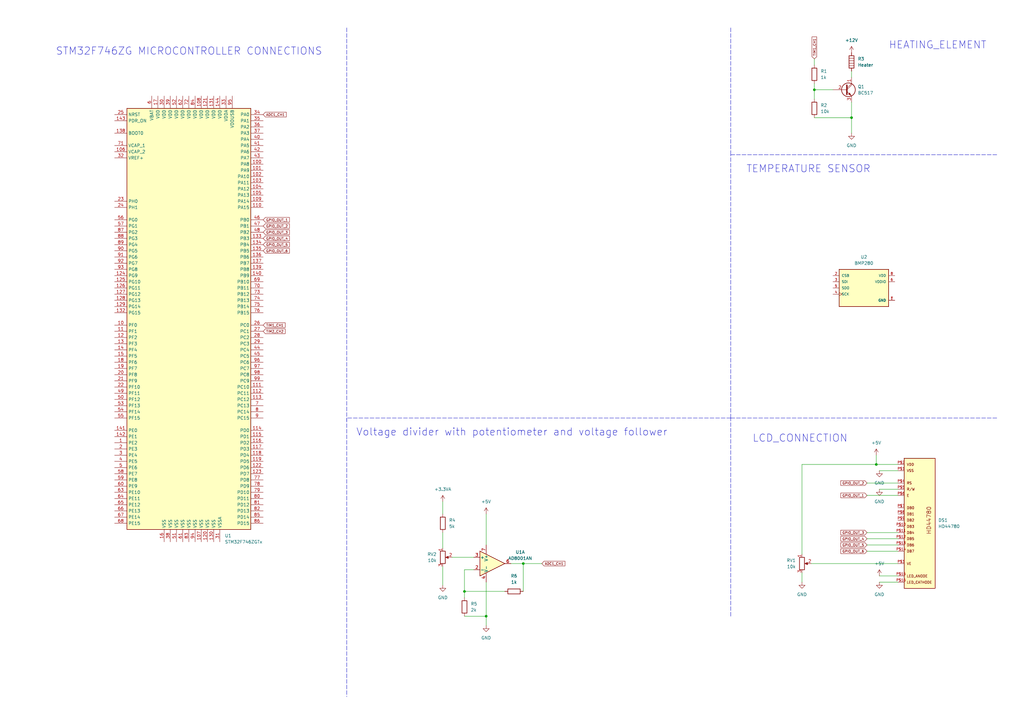
<source format=kicad_sch>
(kicad_sch (version 20211123) (generator eeschema)

  (uuid 180ca44a-c88e-4601-a7a0-8b1e51665060)

  (paper "A3")

  (title_block
    (title "Temperature_Control")
  )

  (lib_symbols
    (symbol "Amplifier_Operational:AD8001AN" (pin_names (offset 0.127)) (in_bom yes) (on_board yes)
      (property "Reference" "U" (id 0) (at 0 6.35 0)
        (effects (font (size 1.27 1.27)) (justify left))
      )
      (property "Value" "AD8001AN" (id 1) (at 0 3.81 0)
        (effects (font (size 1.27 1.27)) (justify left))
      )
      (property "Footprint" "Package_DIP:DIP-8_W7.62mm" (id 2) (at -2.54 -5.08 0)
        (effects (font (size 1.27 1.27)) (justify left) hide)
      )
      (property "Datasheet" "https://www.analog.com/media/en/technical-documentation/data-sheets/ad8001.pdf" (id 3) (at 3.81 3.81 0)
        (effects (font (size 1.27 1.27)) hide)
      )
      (property "ki_keywords" "single opamp" (id 4) (at 0 0 0)
        (effects (font (size 1.27 1.27)) hide)
      )
      (property "ki_description" "Current Feedback Amplifier, 800 MHz, 50mW, DIP-8" (id 5) (at 0 0 0)
        (effects (font (size 1.27 1.27)) hide)
      )
      (property "ki_fp_filters" "DIP*W7.62mm*" (id 6) (at 0 0 0)
        (effects (font (size 1.27 1.27)) hide)
      )
      (symbol "AD8001AN_0_1"
        (polyline
          (pts
            (xy -5.08 5.08)
            (xy 5.08 0)
            (xy -5.08 -5.08)
            (xy -5.08 5.08)
          )
          (stroke (width 0.254) (type default) (color 0 0 0 0))
          (fill (type background))
        )
      )
      (symbol "AD8001AN_1_1"
        (pin no_connect line (at -5.08 -2.54 90) (length 2.54) hide
          (name "NC" (effects (font (size 1.27 1.27))))
          (number "1" (effects (font (size 1.27 1.27))))
        )
        (pin input line (at -7.62 -2.54 0) (length 2.54)
          (name "-" (effects (font (size 1.27 1.27))))
          (number "2" (effects (font (size 1.27 1.27))))
        )
        (pin input line (at -7.62 2.54 0) (length 2.54)
          (name "+" (effects (font (size 1.27 1.27))))
          (number "3" (effects (font (size 1.27 1.27))))
        )
        (pin power_in line (at -2.54 -7.62 90) (length 3.81)
          (name "V-" (effects (font (size 1.27 1.27))))
          (number "4" (effects (font (size 1.27 1.27))))
        )
        (pin no_connect line (at -2.54 -2.54 90) (length 2.54) hide
          (name "NC" (effects (font (size 1.27 1.27))))
          (number "5" (effects (font (size 1.27 1.27))))
        )
        (pin output line (at 7.62 0 180) (length 2.54)
          (name "~" (effects (font (size 1.27 1.27))))
          (number "6" (effects (font (size 1.27 1.27))))
        )
        (pin power_in line (at -2.54 7.62 270) (length 3.81)
          (name "V+" (effects (font (size 1.27 1.27))))
          (number "7" (effects (font (size 1.27 1.27))))
        )
        (pin no_connect line (at 0 -2.54 90) (length 2.54) hide
          (name "NC" (effects (font (size 1.27 1.27))))
          (number "8" (effects (font (size 1.27 1.27))))
        )
      )
    )
    (symbol "BMP280:BMP280" (pin_names (offset 1.016)) (in_bom yes) (on_board yes)
      (property "Reference" "U" (id 0) (at -10.1796 7.6347 0)
        (effects (font (size 1.27 1.27)) (justify left bottom))
      )
      (property "Value" "BMP280" (id 1) (at -10.1693 -10.1693 0)
        (effects (font (size 1.27 1.27)) (justify left bottom))
      )
      (property "Footprint" "XDCR_BMP280" (id 2) (at 0 0 0)
        (effects (font (size 1.27 1.27)) (justify bottom) hide)
      )
      (property "Datasheet" "" (id 3) (at 0 0 0)
        (effects (font (size 1.27 1.27)) hide)
      )
      (property "STANDARD" "MANUFACTURER RECOMMENDATIONS" (id 4) (at 0 0 0)
        (effects (font (size 1.27 1.27)) (justify bottom) hide)
      )
      (property "PART_REV" "1.19" (id 5) (at 0 0 0)
        (effects (font (size 1.27 1.27)) (justify bottom) hide)
      )
      (property "MANUFACTURER" "Bosch" (id 6) (at 0 0 0)
        (effects (font (size 1.27 1.27)) (justify bottom) hide)
      )
      (property "MP" "BMP280" (id 7) (at 0 0 0)
        (effects (font (size 1.27 1.27)) (justify bottom) hide)
      )
      (symbol "BMP280_0_0"
        (rectangle (start -10.16 -7.62) (end 10.16 7.62)
          (stroke (width 0.254) (type default) (color 0 0 0 0))
          (fill (type background))
        )
        (pin power_in line (at 12.7 -5.08 180) (length 2.54)
          (name "GND" (effects (font (size 1.016 1.016))))
          (number "1" (effects (font (size 1.016 1.016))))
        )
        (pin input line (at -12.7 5.08 0) (length 2.54)
          (name "CSB" (effects (font (size 1.016 1.016))))
          (number "2" (effects (font (size 1.016 1.016))))
        )
        (pin bidirectional line (at -12.7 2.54 0) (length 2.54)
          (name "SDI" (effects (font (size 1.016 1.016))))
          (number "3" (effects (font (size 1.016 1.016))))
        )
        (pin input clock (at -12.7 -2.54 0) (length 2.54)
          (name "SCK" (effects (font (size 1.016 1.016))))
          (number "4" (effects (font (size 1.016 1.016))))
        )
        (pin bidirectional line (at -12.7 0 0) (length 2.54)
          (name "SDO" (effects (font (size 1.016 1.016))))
          (number "5" (effects (font (size 1.016 1.016))))
        )
        (pin power_in line (at 12.7 2.54 180) (length 2.54)
          (name "VDDIO" (effects (font (size 1.016 1.016))))
          (number "6" (effects (font (size 1.016 1.016))))
        )
        (pin power_in line (at 12.7 -5.08 180) (length 2.54)
          (name "GND" (effects (font (size 1.016 1.016))))
          (number "7" (effects (font (size 1.016 1.016))))
        )
        (pin power_in line (at 12.7 5.08 180) (length 2.54)
          (name "VDD" (effects (font (size 1.016 1.016))))
          (number "8" (effects (font (size 1.016 1.016))))
        )
      )
    )
    (symbol "Device:Heater" (pin_numbers hide) (pin_names (offset 0)) (in_bom yes) (on_board yes)
      (property "Reference" "R" (id 0) (at 2.032 0 90)
        (effects (font (size 1.27 1.27)))
      )
      (property "Value" "Heater" (id 1) (at -2.032 0 90)
        (effects (font (size 1.27 1.27)))
      )
      (property "Footprint" "" (id 2) (at -1.778 0 90)
        (effects (font (size 1.27 1.27)) hide)
      )
      (property "Datasheet" "~" (id 3) (at 0 0 0)
        (effects (font (size 1.27 1.27)) hide)
      )
      (property "ki_keywords" "heater R resistor" (id 4) (at 0 0 0)
        (effects (font (size 1.27 1.27)) hide)
      )
      (property "ki_description" "Resistive heater" (id 5) (at 0 0 0)
        (effects (font (size 1.27 1.27)) hide)
      )
      (symbol "Heater_0_1"
        (rectangle (start -1.016 -2.54) (end 1.016 2.54)
          (stroke (width 0.254) (type default) (color 0 0 0 0))
          (fill (type none))
        )
        (polyline
          (pts
            (xy -1.016 1.524)
            (xy 1.016 1.524)
          )
          (stroke (width 0) (type default) (color 0 0 0 0))
          (fill (type none))
        )
        (polyline
          (pts
            (xy 1.016 -1.524)
            (xy -1.016 -1.524)
          )
          (stroke (width 0) (type default) (color 0 0 0 0))
          (fill (type none))
        )
        (polyline
          (pts
            (xy 1.016 -0.508)
            (xy -1.016 -0.508)
          )
          (stroke (width 0) (type default) (color 0 0 0 0))
          (fill (type none))
        )
        (polyline
          (pts
            (xy 1.016 0.508)
            (xy -1.016 0.508)
          )
          (stroke (width 0) (type default) (color 0 0 0 0))
          (fill (type none))
        )
      )
      (symbol "Heater_1_1"
        (pin passive line (at 0 3.81 270) (length 1.27)
          (name "~" (effects (font (size 1.27 1.27))))
          (number "1" (effects (font (size 1.27 1.27))))
        )
        (pin passive line (at 0 -3.81 90) (length 1.27)
          (name "~" (effects (font (size 1.27 1.27))))
          (number "2" (effects (font (size 1.27 1.27))))
        )
      )
    )
    (symbol "Device:R" (pin_numbers hide) (pin_names (offset 0)) (in_bom yes) (on_board yes)
      (property "Reference" "R" (id 0) (at 2.032 0 90)
        (effects (font (size 1.27 1.27)))
      )
      (property "Value" "R" (id 1) (at 0 0 90)
        (effects (font (size 1.27 1.27)))
      )
      (property "Footprint" "" (id 2) (at -1.778 0 90)
        (effects (font (size 1.27 1.27)) hide)
      )
      (property "Datasheet" "~" (id 3) (at 0 0 0)
        (effects (font (size 1.27 1.27)) hide)
      )
      (property "ki_keywords" "R res resistor" (id 4) (at 0 0 0)
        (effects (font (size 1.27 1.27)) hide)
      )
      (property "ki_description" "Resistor" (id 5) (at 0 0 0)
        (effects (font (size 1.27 1.27)) hide)
      )
      (property "ki_fp_filters" "R_*" (id 6) (at 0 0 0)
        (effects (font (size 1.27 1.27)) hide)
      )
      (symbol "R_0_1"
        (rectangle (start -1.016 -2.54) (end 1.016 2.54)
          (stroke (width 0.254) (type default) (color 0 0 0 0))
          (fill (type none))
        )
      )
      (symbol "R_1_1"
        (pin passive line (at 0 3.81 270) (length 1.27)
          (name "~" (effects (font (size 1.27 1.27))))
          (number "1" (effects (font (size 1.27 1.27))))
        )
        (pin passive line (at 0 -3.81 90) (length 1.27)
          (name "~" (effects (font (size 1.27 1.27))))
          (number "2" (effects (font (size 1.27 1.27))))
        )
      )
    )
    (symbol "Device:R_Potentiometer" (pin_names (offset 1.016) hide) (in_bom yes) (on_board yes)
      (property "Reference" "RV" (id 0) (at -4.445 0 90)
        (effects (font (size 1.27 1.27)))
      )
      (property "Value" "R_Potentiometer" (id 1) (at -2.54 0 90)
        (effects (font (size 1.27 1.27)))
      )
      (property "Footprint" "" (id 2) (at 0 0 0)
        (effects (font (size 1.27 1.27)) hide)
      )
      (property "Datasheet" "~" (id 3) (at 0 0 0)
        (effects (font (size 1.27 1.27)) hide)
      )
      (property "ki_keywords" "resistor variable" (id 4) (at 0 0 0)
        (effects (font (size 1.27 1.27)) hide)
      )
      (property "ki_description" "Potentiometer" (id 5) (at 0 0 0)
        (effects (font (size 1.27 1.27)) hide)
      )
      (property "ki_fp_filters" "Potentiometer*" (id 6) (at 0 0 0)
        (effects (font (size 1.27 1.27)) hide)
      )
      (symbol "R_Potentiometer_0_1"
        (polyline
          (pts
            (xy 2.54 0)
            (xy 1.524 0)
          )
          (stroke (width 0) (type default) (color 0 0 0 0))
          (fill (type none))
        )
        (polyline
          (pts
            (xy 1.143 0)
            (xy 2.286 0.508)
            (xy 2.286 -0.508)
            (xy 1.143 0)
          )
          (stroke (width 0) (type default) (color 0 0 0 0))
          (fill (type outline))
        )
        (rectangle (start 1.016 2.54) (end -1.016 -2.54)
          (stroke (width 0.254) (type default) (color 0 0 0 0))
          (fill (type none))
        )
      )
      (symbol "R_Potentiometer_1_1"
        (pin passive line (at 0 3.81 270) (length 1.27)
          (name "1" (effects (font (size 1.27 1.27))))
          (number "1" (effects (font (size 1.27 1.27))))
        )
        (pin passive line (at 3.81 0 180) (length 1.27)
          (name "2" (effects (font (size 1.27 1.27))))
          (number "2" (effects (font (size 1.27 1.27))))
        )
        (pin passive line (at 0 -3.81 90) (length 1.27)
          (name "3" (effects (font (size 1.27 1.27))))
          (number "3" (effects (font (size 1.27 1.27))))
        )
      )
    )
    (symbol "HD44780:HD44780" (pin_names (offset 1.016)) (in_bom yes) (on_board yes)
      (property "Reference" "DS1" (id 0) (at 13.97 -25.3999 0)
        (effects (font (size 1.27 1.27)) (justify left))
      )
      (property "Value" "HD44780" (id 1) (at 13.97 -27.9399 0)
        (effects (font (size 1.27 1.27)) (justify left))
      )
      (property "Footprint" "16026-16X2" (id 2) (at 0 0 0)
        (effects (font (size 1.27 1.27)) (justify bottom) hide)
      )
      (property "Datasheet" "" (id 3) (at 0 0 0)
        (effects (font (size 1.27 1.27)) hide)
      )
      (property "MGF#" "N/A" (id 4) (at 0 0 0)
        (effects (font (size 1.27 1.27)) (justify bottom) hide)
      )
      (property "VOLTAGE" "5V" (id 5) (at 0 0 0)
        (effects (font (size 1.27 1.27)) (justify bottom) hide)
      )
      (symbol "HD44780_0_0"
        (rectangle (start 0 -53.34) (end 12.7 0)
          (stroke (width 0.254) (type default) (color 0 0 0 0))
          (fill (type background))
        )
        (text "DB0" (at 1.0173 -20.3461 0)
          (effects (font (size 1.0173 1.0173)) (justify left))
        )
        (text "DB1" (at 1.0168 -22.8787 0)
          (effects (font (size 1.0168 1.0168)) (justify left))
        )
        (text "DB2" (at 1.0162 -25.4047 0)
          (effects (font (size 1.0162 1.0162)) (justify left))
        )
        (text "DB3" (at 1.0178 -27.9901 0)
          (effects (font (size 1.0178 1.0178)) (justify left))
        )
        (text "DB4" (at 1.0178 -30.5329 0)
          (effects (font (size 1.0178 1.0178)) (justify left))
        )
        (text "DB5" (at 1.0161 -33.0219 0)
          (effects (font (size 1.0161 1.0161)) (justify left))
        )
        (text "DB6" (at 1.017 -35.5947 0)
          (effects (font (size 1.017 1.017)) (justify left))
        )
        (text "DB7" (at 1.0168 -38.1282 0)
          (effects (font (size 1.0168 1.0168)) (justify left))
        )
        (text "E" (at 1.018 -15.2701 0)
          (effects (font (size 1.018 1.018)) (justify left))
        )
        (text "HD44780" (at 10.1674 -25.4186 900)
          (effects (font (size 1.6776 1.6776)))
        )
        (text "LED_ANODE" (at 1.0175 -48.3321 0)
          (effects (font (size 1.0175 1.0175)) (justify left))
        )
        (text "LED_CATHODE" (at 1.0176 -50.8817 0)
          (effects (font (size 1.0176 1.0176)) (justify left))
        )
        (text "R/W" (at 1.0169 -12.7107 0)
          (effects (font (size 1.0169 1.0169)) (justify left))
        )
        (text "RS" (at 1.0163 -10.1627 0)
          (effects (font (size 1.0163 1.0163)) (justify left))
        )
        (text "VDD" (at 1.0178 -2.5445 0)
          (effects (font (size 1.0178 1.0178)) (justify left))
        )
        (text "VE" (at 1.0176 -43.2498 0)
          (effects (font (size 1.0176 1.0176)) (justify left))
        )
        (text "VSS" (at 1.0161 -5.0803 0)
          (effects (font (size 1.0161 1.0161)) (justify left))
        )
        (pin bidirectional line (at -2.54 -5.08 0) (length 2.54)
          (name "~" (effects (font (size 1.016 1.016))))
          (number "P$1" (effects (font (size 1.016 1.016))))
        )
        (pin bidirectional line (at -2.54 -27.94 0) (length 2.54)
          (name "~" (effects (font (size 1.016 1.016))))
          (number "P$10" (effects (font (size 1.016 1.016))))
        )
        (pin bidirectional line (at -2.54 -30.48 0) (length 2.54)
          (name "~" (effects (font (size 1.016 1.016))))
          (number "P$11" (effects (font (size 1.016 1.016))))
        )
        (pin bidirectional line (at -2.54 -33.02 0) (length 2.54)
          (name "~" (effects (font (size 1.016 1.016))))
          (number "P$12" (effects (font (size 1.016 1.016))))
        )
        (pin bidirectional line (at -2.54 -35.56 0) (length 2.54)
          (name "~" (effects (font (size 1.016 1.016))))
          (number "P$13" (effects (font (size 1.016 1.016))))
        )
        (pin bidirectional line (at -2.54 -38.1 0) (length 2.54)
          (name "~" (effects (font (size 1.016 1.016))))
          (number "P$14" (effects (font (size 1.016 1.016))))
        )
        (pin bidirectional line (at -2.54 -48.26 0) (length 2.54)
          (name "~" (effects (font (size 1.016 1.016))))
          (number "P$15" (effects (font (size 1.016 1.016))))
        )
        (pin bidirectional line (at -2.54 -50.8 0) (length 2.54)
          (name "~" (effects (font (size 1.016 1.016))))
          (number "P$16" (effects (font (size 1.016 1.016))))
        )
        (pin bidirectional line (at -2.54 -2.54 0) (length 2.54)
          (name "~" (effects (font (size 1.016 1.016))))
          (number "P$2" (effects (font (size 1.016 1.016))))
        )
        (pin bidirectional line (at -2.54 -43.18 0) (length 2.54)
          (name "~" (effects (font (size 1.016 1.016))))
          (number "P$3" (effects (font (size 1.016 1.016))))
        )
        (pin bidirectional line (at -2.54 -10.16 0) (length 2.54)
          (name "~" (effects (font (size 1.016 1.016))))
          (number "P$4" (effects (font (size 1.016 1.016))))
        )
        (pin bidirectional line (at -2.54 -12.7 0) (length 2.54)
          (name "~" (effects (font (size 1.016 1.016))))
          (number "P$5" (effects (font (size 1.016 1.016))))
        )
        (pin bidirectional line (at -2.54 -15.24 0) (length 2.54)
          (name "~" (effects (font (size 1.016 1.016))))
          (number "P$6" (effects (font (size 1.016 1.016))))
        )
        (pin bidirectional line (at -2.54 -20.32 0) (length 2.54)
          (name "~" (effects (font (size 1.016 1.016))))
          (number "P$7" (effects (font (size 1.016 1.016))))
        )
        (pin bidirectional line (at -2.54 -22.86 0) (length 2.54)
          (name "~" (effects (font (size 1.016 1.016))))
          (number "P$8" (effects (font (size 1.016 1.016))))
        )
        (pin bidirectional line (at -2.54 -25.4 0) (length 2.54)
          (name "~" (effects (font (size 1.016 1.016))))
          (number "P$9" (effects (font (size 1.016 1.016))))
        )
      )
    )
    (symbol "MCU_ST_STM32F7:STM32F746ZGTx" (in_bom yes) (on_board yes)
      (property "Reference" "U" (id 0) (at -25.4 87.63 0)
        (effects (font (size 1.27 1.27)) (justify left))
      )
      (property "Value" "STM32F746ZGTx" (id 1) (at 20.32 87.63 0)
        (effects (font (size 1.27 1.27)) (justify left))
      )
      (property "Footprint" "Package_QFP:LQFP-144_20x20mm_P0.5mm" (id 2) (at -25.4 -86.36 0)
        (effects (font (size 1.27 1.27)) (justify right) hide)
      )
      (property "Datasheet" "http://www.st.com/st-web-ui/static/active/en/resource/technical/document/datasheet/DM00166116.pdf" (id 3) (at 0 0 0)
        (effects (font (size 1.27 1.27)) hide)
      )
      (property "ki_keywords" "ARM Cortex-M7 STM32F7 STM32F7x6" (id 4) (at 0 0 0)
        (effects (font (size 1.27 1.27)) hide)
      )
      (property "ki_description" "ARM Cortex-M7 MCU, 1024KB flash, 320KB RAM, 216MHz, 1.7-3.6V, 114 GPIO, LQFP-144" (id 5) (at 0 0 0)
        (effects (font (size 1.27 1.27)) hide)
      )
      (property "ki_fp_filters" "LQFP*20x20mm*P0.5mm*" (id 6) (at 0 0 0)
        (effects (font (size 1.27 1.27)) hide)
      )
      (symbol "STM32F746ZGTx_0_1"
        (rectangle (start -25.4 -86.36) (end 25.4 86.36)
          (stroke (width 0.254) (type default) (color 0 0 0 0))
          (fill (type background))
        )
      )
      (symbol "STM32F746ZGTx_1_1"
        (pin bidirectional line (at -30.48 -50.8 0) (length 5.08)
          (name "PE2" (effects (font (size 1.27 1.27))))
          (number "1" (effects (font (size 1.27 1.27))))
        )
        (pin bidirectional line (at -30.48 -2.54 0) (length 5.08)
          (name "PF0" (effects (font (size 1.27 1.27))))
          (number "10" (effects (font (size 1.27 1.27))))
        )
        (pin bidirectional line (at 30.48 63.5 180) (length 5.08)
          (name "PA8" (effects (font (size 1.27 1.27))))
          (number "100" (effects (font (size 1.27 1.27))))
        )
        (pin bidirectional line (at 30.48 60.96 180) (length 5.08)
          (name "PA9" (effects (font (size 1.27 1.27))))
          (number "101" (effects (font (size 1.27 1.27))))
        )
        (pin bidirectional line (at 30.48 58.42 180) (length 5.08)
          (name "PA10" (effects (font (size 1.27 1.27))))
          (number "102" (effects (font (size 1.27 1.27))))
        )
        (pin bidirectional line (at 30.48 55.88 180) (length 5.08)
          (name "PA11" (effects (font (size 1.27 1.27))))
          (number "103" (effects (font (size 1.27 1.27))))
        )
        (pin bidirectional line (at 30.48 53.34 180) (length 5.08)
          (name "PA12" (effects (font (size 1.27 1.27))))
          (number "104" (effects (font (size 1.27 1.27))))
        )
        (pin bidirectional line (at 30.48 50.8 180) (length 5.08)
          (name "PA13" (effects (font (size 1.27 1.27))))
          (number "105" (effects (font (size 1.27 1.27))))
        )
        (pin power_in line (at -30.48 68.58 0) (length 5.08)
          (name "VCAP_2" (effects (font (size 1.27 1.27))))
          (number "106" (effects (font (size 1.27 1.27))))
        )
        (pin power_in line (at 5.08 -91.44 90) (length 5.08)
          (name "VSS" (effects (font (size 1.27 1.27))))
          (number "107" (effects (font (size 1.27 1.27))))
        )
        (pin power_in line (at 5.08 91.44 270) (length 5.08)
          (name "VDD" (effects (font (size 1.27 1.27))))
          (number "108" (effects (font (size 1.27 1.27))))
        )
        (pin bidirectional line (at 30.48 48.26 180) (length 5.08)
          (name "PA14" (effects (font (size 1.27 1.27))))
          (number "109" (effects (font (size 1.27 1.27))))
        )
        (pin bidirectional line (at -30.48 -5.08 0) (length 5.08)
          (name "PF1" (effects (font (size 1.27 1.27))))
          (number "11" (effects (font (size 1.27 1.27))))
        )
        (pin bidirectional line (at 30.48 45.72 180) (length 5.08)
          (name "PA15" (effects (font (size 1.27 1.27))))
          (number "110" (effects (font (size 1.27 1.27))))
        )
        (pin bidirectional line (at 30.48 -27.94 180) (length 5.08)
          (name "PC10" (effects (font (size 1.27 1.27))))
          (number "111" (effects (font (size 1.27 1.27))))
        )
        (pin bidirectional line (at 30.48 -30.48 180) (length 5.08)
          (name "PC11" (effects (font (size 1.27 1.27))))
          (number "112" (effects (font (size 1.27 1.27))))
        )
        (pin bidirectional line (at 30.48 -33.02 180) (length 5.08)
          (name "PC12" (effects (font (size 1.27 1.27))))
          (number "113" (effects (font (size 1.27 1.27))))
        )
        (pin bidirectional line (at 30.48 -45.72 180) (length 5.08)
          (name "PD0" (effects (font (size 1.27 1.27))))
          (number "114" (effects (font (size 1.27 1.27))))
        )
        (pin bidirectional line (at 30.48 -48.26 180) (length 5.08)
          (name "PD1" (effects (font (size 1.27 1.27))))
          (number "115" (effects (font (size 1.27 1.27))))
        )
        (pin bidirectional line (at 30.48 -50.8 180) (length 5.08)
          (name "PD2" (effects (font (size 1.27 1.27))))
          (number "116" (effects (font (size 1.27 1.27))))
        )
        (pin bidirectional line (at 30.48 -53.34 180) (length 5.08)
          (name "PD3" (effects (font (size 1.27 1.27))))
          (number "117" (effects (font (size 1.27 1.27))))
        )
        (pin bidirectional line (at 30.48 -55.88 180) (length 5.08)
          (name "PD4" (effects (font (size 1.27 1.27))))
          (number "118" (effects (font (size 1.27 1.27))))
        )
        (pin bidirectional line (at 30.48 -58.42 180) (length 5.08)
          (name "PD5" (effects (font (size 1.27 1.27))))
          (number "119" (effects (font (size 1.27 1.27))))
        )
        (pin bidirectional line (at -30.48 -7.62 0) (length 5.08)
          (name "PF2" (effects (font (size 1.27 1.27))))
          (number "12" (effects (font (size 1.27 1.27))))
        )
        (pin power_in line (at 7.62 -91.44 90) (length 5.08)
          (name "VSS" (effects (font (size 1.27 1.27))))
          (number "120" (effects (font (size 1.27 1.27))))
        )
        (pin power_in line (at 7.62 91.44 270) (length 5.08)
          (name "VDD" (effects (font (size 1.27 1.27))))
          (number "121" (effects (font (size 1.27 1.27))))
        )
        (pin bidirectional line (at 30.48 -60.96 180) (length 5.08)
          (name "PD6" (effects (font (size 1.27 1.27))))
          (number "122" (effects (font (size 1.27 1.27))))
        )
        (pin bidirectional line (at 30.48 -63.5 180) (length 5.08)
          (name "PD7" (effects (font (size 1.27 1.27))))
          (number "123" (effects (font (size 1.27 1.27))))
        )
        (pin bidirectional line (at -30.48 17.78 0) (length 5.08)
          (name "PG9" (effects (font (size 1.27 1.27))))
          (number "124" (effects (font (size 1.27 1.27))))
        )
        (pin bidirectional line (at -30.48 15.24 0) (length 5.08)
          (name "PG10" (effects (font (size 1.27 1.27))))
          (number "125" (effects (font (size 1.27 1.27))))
        )
        (pin bidirectional line (at -30.48 12.7 0) (length 5.08)
          (name "PG11" (effects (font (size 1.27 1.27))))
          (number "126" (effects (font (size 1.27 1.27))))
        )
        (pin bidirectional line (at -30.48 10.16 0) (length 5.08)
          (name "PG12" (effects (font (size 1.27 1.27))))
          (number "127" (effects (font (size 1.27 1.27))))
        )
        (pin bidirectional line (at -30.48 7.62 0) (length 5.08)
          (name "PG13" (effects (font (size 1.27 1.27))))
          (number "128" (effects (font (size 1.27 1.27))))
        )
        (pin bidirectional line (at -30.48 5.08 0) (length 5.08)
          (name "PG14" (effects (font (size 1.27 1.27))))
          (number "129" (effects (font (size 1.27 1.27))))
        )
        (pin bidirectional line (at -30.48 -10.16 0) (length 5.08)
          (name "PF3" (effects (font (size 1.27 1.27))))
          (number "13" (effects (font (size 1.27 1.27))))
        )
        (pin power_in line (at 10.16 -91.44 90) (length 5.08)
          (name "VSS" (effects (font (size 1.27 1.27))))
          (number "130" (effects (font (size 1.27 1.27))))
        )
        (pin power_in line (at 10.16 91.44 270) (length 5.08)
          (name "VDD" (effects (font (size 1.27 1.27))))
          (number "131" (effects (font (size 1.27 1.27))))
        )
        (pin bidirectional line (at -30.48 2.54 0) (length 5.08)
          (name "PG15" (effects (font (size 1.27 1.27))))
          (number "132" (effects (font (size 1.27 1.27))))
        )
        (pin bidirectional line (at 30.48 33.02 180) (length 5.08)
          (name "PB3" (effects (font (size 1.27 1.27))))
          (number "133" (effects (font (size 1.27 1.27))))
        )
        (pin bidirectional line (at 30.48 30.48 180) (length 5.08)
          (name "PB4" (effects (font (size 1.27 1.27))))
          (number "134" (effects (font (size 1.27 1.27))))
        )
        (pin bidirectional line (at 30.48 27.94 180) (length 5.08)
          (name "PB5" (effects (font (size 1.27 1.27))))
          (number "135" (effects (font (size 1.27 1.27))))
        )
        (pin bidirectional line (at 30.48 25.4 180) (length 5.08)
          (name "PB6" (effects (font (size 1.27 1.27))))
          (number "136" (effects (font (size 1.27 1.27))))
        )
        (pin bidirectional line (at 30.48 22.86 180) (length 5.08)
          (name "PB7" (effects (font (size 1.27 1.27))))
          (number "137" (effects (font (size 1.27 1.27))))
        )
        (pin input line (at -30.48 76.2 0) (length 5.08)
          (name "BOOT0" (effects (font (size 1.27 1.27))))
          (number "138" (effects (font (size 1.27 1.27))))
        )
        (pin bidirectional line (at 30.48 20.32 180) (length 5.08)
          (name "PB8" (effects (font (size 1.27 1.27))))
          (number "139" (effects (font (size 1.27 1.27))))
        )
        (pin bidirectional line (at -30.48 -12.7 0) (length 5.08)
          (name "PF4" (effects (font (size 1.27 1.27))))
          (number "14" (effects (font (size 1.27 1.27))))
        )
        (pin bidirectional line (at 30.48 17.78 180) (length 5.08)
          (name "PB9" (effects (font (size 1.27 1.27))))
          (number "140" (effects (font (size 1.27 1.27))))
        )
        (pin bidirectional line (at -30.48 -45.72 0) (length 5.08)
          (name "PE0" (effects (font (size 1.27 1.27))))
          (number "141" (effects (font (size 1.27 1.27))))
        )
        (pin bidirectional line (at -30.48 -48.26 0) (length 5.08)
          (name "PE1" (effects (font (size 1.27 1.27))))
          (number "142" (effects (font (size 1.27 1.27))))
        )
        (pin input line (at -30.48 81.28 0) (length 5.08)
          (name "PDR_ON" (effects (font (size 1.27 1.27))))
          (number "143" (effects (font (size 1.27 1.27))))
        )
        (pin power_in line (at 12.7 91.44 270) (length 5.08)
          (name "VDD" (effects (font (size 1.27 1.27))))
          (number "144" (effects (font (size 1.27 1.27))))
        )
        (pin bidirectional line (at -30.48 -15.24 0) (length 5.08)
          (name "PF5" (effects (font (size 1.27 1.27))))
          (number "15" (effects (font (size 1.27 1.27))))
        )
        (pin power_in line (at -10.16 -91.44 90) (length 5.08)
          (name "VSS" (effects (font (size 1.27 1.27))))
          (number "16" (effects (font (size 1.27 1.27))))
        )
        (pin power_in line (at -12.7 91.44 270) (length 5.08)
          (name "VDD" (effects (font (size 1.27 1.27))))
          (number "17" (effects (font (size 1.27 1.27))))
        )
        (pin bidirectional line (at -30.48 -17.78 0) (length 5.08)
          (name "PF6" (effects (font (size 1.27 1.27))))
          (number "18" (effects (font (size 1.27 1.27))))
        )
        (pin bidirectional line (at -30.48 -20.32 0) (length 5.08)
          (name "PF7" (effects (font (size 1.27 1.27))))
          (number "19" (effects (font (size 1.27 1.27))))
        )
        (pin bidirectional line (at -30.48 -53.34 0) (length 5.08)
          (name "PE3" (effects (font (size 1.27 1.27))))
          (number "2" (effects (font (size 1.27 1.27))))
        )
        (pin bidirectional line (at -30.48 -22.86 0) (length 5.08)
          (name "PF8" (effects (font (size 1.27 1.27))))
          (number "20" (effects (font (size 1.27 1.27))))
        )
        (pin bidirectional line (at -30.48 -25.4 0) (length 5.08)
          (name "PF9" (effects (font (size 1.27 1.27))))
          (number "21" (effects (font (size 1.27 1.27))))
        )
        (pin bidirectional line (at -30.48 -27.94 0) (length 5.08)
          (name "PF10" (effects (font (size 1.27 1.27))))
          (number "22" (effects (font (size 1.27 1.27))))
        )
        (pin input line (at -30.48 48.26 0) (length 5.08)
          (name "PH0" (effects (font (size 1.27 1.27))))
          (number "23" (effects (font (size 1.27 1.27))))
        )
        (pin input line (at -30.48 45.72 0) (length 5.08)
          (name "PH1" (effects (font (size 1.27 1.27))))
          (number "24" (effects (font (size 1.27 1.27))))
        )
        (pin input line (at -30.48 83.82 0) (length 5.08)
          (name "NRST" (effects (font (size 1.27 1.27))))
          (number "25" (effects (font (size 1.27 1.27))))
        )
        (pin bidirectional line (at 30.48 -2.54 180) (length 5.08)
          (name "PC0" (effects (font (size 1.27 1.27))))
          (number "26" (effects (font (size 1.27 1.27))))
        )
        (pin bidirectional line (at 30.48 -5.08 180) (length 5.08)
          (name "PC1" (effects (font (size 1.27 1.27))))
          (number "27" (effects (font (size 1.27 1.27))))
        )
        (pin bidirectional line (at 30.48 -7.62 180) (length 5.08)
          (name "PC2" (effects (font (size 1.27 1.27))))
          (number "28" (effects (font (size 1.27 1.27))))
        )
        (pin bidirectional line (at 30.48 -10.16 180) (length 5.08)
          (name "PC3" (effects (font (size 1.27 1.27))))
          (number "29" (effects (font (size 1.27 1.27))))
        )
        (pin bidirectional line (at -30.48 -55.88 0) (length 5.08)
          (name "PE4" (effects (font (size 1.27 1.27))))
          (number "3" (effects (font (size 1.27 1.27))))
        )
        (pin power_in line (at -10.16 91.44 270) (length 5.08)
          (name "VDD" (effects (font (size 1.27 1.27))))
          (number "30" (effects (font (size 1.27 1.27))))
        )
        (pin power_in line (at 12.7 -91.44 90) (length 5.08)
          (name "VSSA" (effects (font (size 1.27 1.27))))
          (number "31" (effects (font (size 1.27 1.27))))
        )
        (pin power_in line (at -30.48 66.04 0) (length 5.08)
          (name "VREF+" (effects (font (size 1.27 1.27))))
          (number "32" (effects (font (size 1.27 1.27))))
        )
        (pin power_in line (at 15.24 91.44 270) (length 5.08)
          (name "VDDA" (effects (font (size 1.27 1.27))))
          (number "33" (effects (font (size 1.27 1.27))))
        )
        (pin bidirectional line (at 30.48 83.82 180) (length 5.08)
          (name "PA0" (effects (font (size 1.27 1.27))))
          (number "34" (effects (font (size 1.27 1.27))))
        )
        (pin bidirectional line (at 30.48 81.28 180) (length 5.08)
          (name "PA1" (effects (font (size 1.27 1.27))))
          (number "35" (effects (font (size 1.27 1.27))))
        )
        (pin bidirectional line (at 30.48 78.74 180) (length 5.08)
          (name "PA2" (effects (font (size 1.27 1.27))))
          (number "36" (effects (font (size 1.27 1.27))))
        )
        (pin bidirectional line (at 30.48 76.2 180) (length 5.08)
          (name "PA3" (effects (font (size 1.27 1.27))))
          (number "37" (effects (font (size 1.27 1.27))))
        )
        (pin power_in line (at -7.62 -91.44 90) (length 5.08)
          (name "VSS" (effects (font (size 1.27 1.27))))
          (number "38" (effects (font (size 1.27 1.27))))
        )
        (pin power_in line (at -7.62 91.44 270) (length 5.08)
          (name "VDD" (effects (font (size 1.27 1.27))))
          (number "39" (effects (font (size 1.27 1.27))))
        )
        (pin bidirectional line (at -30.48 -58.42 0) (length 5.08)
          (name "PE5" (effects (font (size 1.27 1.27))))
          (number "4" (effects (font (size 1.27 1.27))))
        )
        (pin bidirectional line (at 30.48 73.66 180) (length 5.08)
          (name "PA4" (effects (font (size 1.27 1.27))))
          (number "40" (effects (font (size 1.27 1.27))))
        )
        (pin bidirectional line (at 30.48 71.12 180) (length 5.08)
          (name "PA5" (effects (font (size 1.27 1.27))))
          (number "41" (effects (font (size 1.27 1.27))))
        )
        (pin bidirectional line (at 30.48 68.58 180) (length 5.08)
          (name "PA6" (effects (font (size 1.27 1.27))))
          (number "42" (effects (font (size 1.27 1.27))))
        )
        (pin bidirectional line (at 30.48 66.04 180) (length 5.08)
          (name "PA7" (effects (font (size 1.27 1.27))))
          (number "43" (effects (font (size 1.27 1.27))))
        )
        (pin bidirectional line (at 30.48 -12.7 180) (length 5.08)
          (name "PC4" (effects (font (size 1.27 1.27))))
          (number "44" (effects (font (size 1.27 1.27))))
        )
        (pin bidirectional line (at 30.48 -15.24 180) (length 5.08)
          (name "PC5" (effects (font (size 1.27 1.27))))
          (number "45" (effects (font (size 1.27 1.27))))
        )
        (pin bidirectional line (at 30.48 40.64 180) (length 5.08)
          (name "PB0" (effects (font (size 1.27 1.27))))
          (number "46" (effects (font (size 1.27 1.27))))
        )
        (pin bidirectional line (at 30.48 38.1 180) (length 5.08)
          (name "PB1" (effects (font (size 1.27 1.27))))
          (number "47" (effects (font (size 1.27 1.27))))
        )
        (pin bidirectional line (at 30.48 35.56 180) (length 5.08)
          (name "PB2" (effects (font (size 1.27 1.27))))
          (number "48" (effects (font (size 1.27 1.27))))
        )
        (pin bidirectional line (at -30.48 -30.48 0) (length 5.08)
          (name "PF11" (effects (font (size 1.27 1.27))))
          (number "49" (effects (font (size 1.27 1.27))))
        )
        (pin bidirectional line (at -30.48 -60.96 0) (length 5.08)
          (name "PE6" (effects (font (size 1.27 1.27))))
          (number "5" (effects (font (size 1.27 1.27))))
        )
        (pin bidirectional line (at -30.48 -33.02 0) (length 5.08)
          (name "PF12" (effects (font (size 1.27 1.27))))
          (number "50" (effects (font (size 1.27 1.27))))
        )
        (pin power_in line (at -5.08 -91.44 90) (length 5.08)
          (name "VSS" (effects (font (size 1.27 1.27))))
          (number "51" (effects (font (size 1.27 1.27))))
        )
        (pin power_in line (at -5.08 91.44 270) (length 5.08)
          (name "VDD" (effects (font (size 1.27 1.27))))
          (number "52" (effects (font (size 1.27 1.27))))
        )
        (pin bidirectional line (at -30.48 -35.56 0) (length 5.08)
          (name "PF13" (effects (font (size 1.27 1.27))))
          (number "53" (effects (font (size 1.27 1.27))))
        )
        (pin bidirectional line (at -30.48 -38.1 0) (length 5.08)
          (name "PF14" (effects (font (size 1.27 1.27))))
          (number "54" (effects (font (size 1.27 1.27))))
        )
        (pin bidirectional line (at -30.48 -40.64 0) (length 5.08)
          (name "PF15" (effects (font (size 1.27 1.27))))
          (number "55" (effects (font (size 1.27 1.27))))
        )
        (pin bidirectional line (at -30.48 40.64 0) (length 5.08)
          (name "PG0" (effects (font (size 1.27 1.27))))
          (number "56" (effects (font (size 1.27 1.27))))
        )
        (pin bidirectional line (at -30.48 38.1 0) (length 5.08)
          (name "PG1" (effects (font (size 1.27 1.27))))
          (number "57" (effects (font (size 1.27 1.27))))
        )
        (pin bidirectional line (at -30.48 -63.5 0) (length 5.08)
          (name "PE7" (effects (font (size 1.27 1.27))))
          (number "58" (effects (font (size 1.27 1.27))))
        )
        (pin bidirectional line (at -30.48 -66.04 0) (length 5.08)
          (name "PE8" (effects (font (size 1.27 1.27))))
          (number "59" (effects (font (size 1.27 1.27))))
        )
        (pin power_in line (at -15.24 91.44 270) (length 5.08)
          (name "VBAT" (effects (font (size 1.27 1.27))))
          (number "6" (effects (font (size 1.27 1.27))))
        )
        (pin bidirectional line (at -30.48 -68.58 0) (length 5.08)
          (name "PE9" (effects (font (size 1.27 1.27))))
          (number "60" (effects (font (size 1.27 1.27))))
        )
        (pin power_in line (at -2.54 -91.44 90) (length 5.08)
          (name "VSS" (effects (font (size 1.27 1.27))))
          (number "61" (effects (font (size 1.27 1.27))))
        )
        (pin power_in line (at -2.54 91.44 270) (length 5.08)
          (name "VDD" (effects (font (size 1.27 1.27))))
          (number "62" (effects (font (size 1.27 1.27))))
        )
        (pin bidirectional line (at -30.48 -71.12 0) (length 5.08)
          (name "PE10" (effects (font (size 1.27 1.27))))
          (number "63" (effects (font (size 1.27 1.27))))
        )
        (pin bidirectional line (at -30.48 -73.66 0) (length 5.08)
          (name "PE11" (effects (font (size 1.27 1.27))))
          (number "64" (effects (font (size 1.27 1.27))))
        )
        (pin bidirectional line (at -30.48 -76.2 0) (length 5.08)
          (name "PE12" (effects (font (size 1.27 1.27))))
          (number "65" (effects (font (size 1.27 1.27))))
        )
        (pin bidirectional line (at -30.48 -78.74 0) (length 5.08)
          (name "PE13" (effects (font (size 1.27 1.27))))
          (number "66" (effects (font (size 1.27 1.27))))
        )
        (pin bidirectional line (at -30.48 -81.28 0) (length 5.08)
          (name "PE14" (effects (font (size 1.27 1.27))))
          (number "67" (effects (font (size 1.27 1.27))))
        )
        (pin bidirectional line (at -30.48 -83.82 0) (length 5.08)
          (name "PE15" (effects (font (size 1.27 1.27))))
          (number "68" (effects (font (size 1.27 1.27))))
        )
        (pin bidirectional line (at 30.48 15.24 180) (length 5.08)
          (name "PB10" (effects (font (size 1.27 1.27))))
          (number "69" (effects (font (size 1.27 1.27))))
        )
        (pin bidirectional line (at 30.48 -35.56 180) (length 5.08)
          (name "PC13" (effects (font (size 1.27 1.27))))
          (number "7" (effects (font (size 1.27 1.27))))
        )
        (pin bidirectional line (at 30.48 12.7 180) (length 5.08)
          (name "PB11" (effects (font (size 1.27 1.27))))
          (number "70" (effects (font (size 1.27 1.27))))
        )
        (pin power_in line (at -30.48 71.12 0) (length 5.08)
          (name "VCAP_1" (effects (font (size 1.27 1.27))))
          (number "71" (effects (font (size 1.27 1.27))))
        )
        (pin power_in line (at 0 91.44 270) (length 5.08)
          (name "VDD" (effects (font (size 1.27 1.27))))
          (number "72" (effects (font (size 1.27 1.27))))
        )
        (pin bidirectional line (at 30.48 10.16 180) (length 5.08)
          (name "PB12" (effects (font (size 1.27 1.27))))
          (number "73" (effects (font (size 1.27 1.27))))
        )
        (pin bidirectional line (at 30.48 7.62 180) (length 5.08)
          (name "PB13" (effects (font (size 1.27 1.27))))
          (number "74" (effects (font (size 1.27 1.27))))
        )
        (pin bidirectional line (at 30.48 5.08 180) (length 5.08)
          (name "PB14" (effects (font (size 1.27 1.27))))
          (number "75" (effects (font (size 1.27 1.27))))
        )
        (pin bidirectional line (at 30.48 2.54 180) (length 5.08)
          (name "PB15" (effects (font (size 1.27 1.27))))
          (number "76" (effects (font (size 1.27 1.27))))
        )
        (pin bidirectional line (at 30.48 -66.04 180) (length 5.08)
          (name "PD8" (effects (font (size 1.27 1.27))))
          (number "77" (effects (font (size 1.27 1.27))))
        )
        (pin bidirectional line (at 30.48 -68.58 180) (length 5.08)
          (name "PD9" (effects (font (size 1.27 1.27))))
          (number "78" (effects (font (size 1.27 1.27))))
        )
        (pin bidirectional line (at 30.48 -71.12 180) (length 5.08)
          (name "PD10" (effects (font (size 1.27 1.27))))
          (number "79" (effects (font (size 1.27 1.27))))
        )
        (pin bidirectional line (at 30.48 -38.1 180) (length 5.08)
          (name "PC14" (effects (font (size 1.27 1.27))))
          (number "8" (effects (font (size 1.27 1.27))))
        )
        (pin bidirectional line (at 30.48 -73.66 180) (length 5.08)
          (name "PD11" (effects (font (size 1.27 1.27))))
          (number "80" (effects (font (size 1.27 1.27))))
        )
        (pin bidirectional line (at 30.48 -76.2 180) (length 5.08)
          (name "PD12" (effects (font (size 1.27 1.27))))
          (number "81" (effects (font (size 1.27 1.27))))
        )
        (pin bidirectional line (at 30.48 -78.74 180) (length 5.08)
          (name "PD13" (effects (font (size 1.27 1.27))))
          (number "82" (effects (font (size 1.27 1.27))))
        )
        (pin power_in line (at 0 -91.44 90) (length 5.08)
          (name "VSS" (effects (font (size 1.27 1.27))))
          (number "83" (effects (font (size 1.27 1.27))))
        )
        (pin power_in line (at 2.54 91.44 270) (length 5.08)
          (name "VDD" (effects (font (size 1.27 1.27))))
          (number "84" (effects (font (size 1.27 1.27))))
        )
        (pin bidirectional line (at 30.48 -81.28 180) (length 5.08)
          (name "PD14" (effects (font (size 1.27 1.27))))
          (number "85" (effects (font (size 1.27 1.27))))
        )
        (pin bidirectional line (at 30.48 -83.82 180) (length 5.08)
          (name "PD15" (effects (font (size 1.27 1.27))))
          (number "86" (effects (font (size 1.27 1.27))))
        )
        (pin bidirectional line (at -30.48 35.56 0) (length 5.08)
          (name "PG2" (effects (font (size 1.27 1.27))))
          (number "87" (effects (font (size 1.27 1.27))))
        )
        (pin bidirectional line (at -30.48 33.02 0) (length 5.08)
          (name "PG3" (effects (font (size 1.27 1.27))))
          (number "88" (effects (font (size 1.27 1.27))))
        )
        (pin bidirectional line (at -30.48 30.48 0) (length 5.08)
          (name "PG4" (effects (font (size 1.27 1.27))))
          (number "89" (effects (font (size 1.27 1.27))))
        )
        (pin bidirectional line (at 30.48 -40.64 180) (length 5.08)
          (name "PC15" (effects (font (size 1.27 1.27))))
          (number "9" (effects (font (size 1.27 1.27))))
        )
        (pin bidirectional line (at -30.48 27.94 0) (length 5.08)
          (name "PG5" (effects (font (size 1.27 1.27))))
          (number "90" (effects (font (size 1.27 1.27))))
        )
        (pin bidirectional line (at -30.48 25.4 0) (length 5.08)
          (name "PG6" (effects (font (size 1.27 1.27))))
          (number "91" (effects (font (size 1.27 1.27))))
        )
        (pin bidirectional line (at -30.48 22.86 0) (length 5.08)
          (name "PG7" (effects (font (size 1.27 1.27))))
          (number "92" (effects (font (size 1.27 1.27))))
        )
        (pin bidirectional line (at -30.48 20.32 0) (length 5.08)
          (name "PG8" (effects (font (size 1.27 1.27))))
          (number "93" (effects (font (size 1.27 1.27))))
        )
        (pin power_in line (at 2.54 -91.44 90) (length 5.08)
          (name "VSS" (effects (font (size 1.27 1.27))))
          (number "94" (effects (font (size 1.27 1.27))))
        )
        (pin power_in line (at 17.78 91.44 270) (length 5.08)
          (name "VDDUSB" (effects (font (size 1.27 1.27))))
          (number "95" (effects (font (size 1.27 1.27))))
        )
        (pin bidirectional line (at 30.48 -17.78 180) (length 5.08)
          (name "PC6" (effects (font (size 1.27 1.27))))
          (number "96" (effects (font (size 1.27 1.27))))
        )
        (pin bidirectional line (at 30.48 -20.32 180) (length 5.08)
          (name "PC7" (effects (font (size 1.27 1.27))))
          (number "97" (effects (font (size 1.27 1.27))))
        )
        (pin bidirectional line (at 30.48 -22.86 180) (length 5.08)
          (name "PC8" (effects (font (size 1.27 1.27))))
          (number "98" (effects (font (size 1.27 1.27))))
        )
        (pin bidirectional line (at 30.48 -25.4 180) (length 5.08)
          (name "PC9" (effects (font (size 1.27 1.27))))
          (number "99" (effects (font (size 1.27 1.27))))
        )
      )
    )
    (symbol "Transistor_BJT:BC517" (pin_names (offset 0) hide) (in_bom yes) (on_board yes)
      (property "Reference" "Q" (id 0) (at 5.08 1.905 0)
        (effects (font (size 1.27 1.27)) (justify left))
      )
      (property "Value" "BC517" (id 1) (at 5.08 0 0)
        (effects (font (size 1.27 1.27)) (justify left))
      )
      (property "Footprint" "Package_TO_SOT_THT:TO-92_Inline" (id 2) (at 5.08 -1.905 0)
        (effects (font (size 1.27 1.27) italic) (justify left) hide)
      )
      (property "Datasheet" "https://www.onsemi.com/pub/Collateral/BC517-D74Z-D.PDF" (id 3) (at 0 0 0)
        (effects (font (size 1.27 1.27)) (justify left) hide)
      )
      (property "ki_keywords" "NPN Darlington Darl Transistor" (id 4) (at 0 0 0)
        (effects (font (size 1.27 1.27)) hide)
      )
      (property "ki_description" "1A Ic, 30V Vce, Darlington NPN Transistor, TO-92" (id 5) (at 0 0 0)
        (effects (font (size 1.27 1.27)) hide)
      )
      (property "ki_fp_filters" "TO?92*" (id 6) (at 0 0 0)
        (effects (font (size 1.27 1.27)) hide)
      )
      (symbol "BC517_0_1"
        (polyline
          (pts
            (xy 0.635 0.635)
            (xy 2.54 2.54)
          )
          (stroke (width 0) (type default) (color 0 0 0 0))
          (fill (type none))
        )
        (polyline
          (pts
            (xy 0.635 -0.635)
            (xy 2.54 -2.54)
            (xy 2.54 -2.54)
          )
          (stroke (width 0) (type default) (color 0 0 0 0))
          (fill (type none))
        )
        (polyline
          (pts
            (xy 0.635 0)
            (xy 2.54 1.905)
            (xy 2.54 2.54)
          )
          (stroke (width 0) (type default) (color 0 0 0 0))
          (fill (type none))
        )
        (polyline
          (pts
            (xy 0.635 1.905)
            (xy 0.635 -1.905)
            (xy 0.635 -1.905)
          )
          (stroke (width 0.508) (type default) (color 0 0 0 0))
          (fill (type none))
        )
        (polyline
          (pts
            (xy 1.27 -1.778)
            (xy 1.778 -1.27)
            (xy 2.286 -2.286)
            (xy 1.27 -1.778)
            (xy 1.27 -1.778)
          )
          (stroke (width 0) (type default) (color 0 0 0 0))
          (fill (type outline))
        )
        (circle (center 1.27 0) (radius 2.8194)
          (stroke (width 0.254) (type default) (color 0 0 0 0))
          (fill (type none))
        )
      )
      (symbol "BC517_1_1"
        (pin passive line (at 2.54 5.08 270) (length 2.54)
          (name "C" (effects (font (size 1.27 1.27))))
          (number "1" (effects (font (size 1.27 1.27))))
        )
        (pin input line (at -5.08 0 0) (length 5.715)
          (name "B" (effects (font (size 1.27 1.27))))
          (number "2" (effects (font (size 1.27 1.27))))
        )
        (pin passive line (at 2.54 -5.08 90) (length 2.54)
          (name "E" (effects (font (size 1.27 1.27))))
          (number "3" (effects (font (size 1.27 1.27))))
        )
      )
    )
    (symbol "power:+12V" (power) (pin_names (offset 0)) (in_bom yes) (on_board yes)
      (property "Reference" "#PWR" (id 0) (at 0 -3.81 0)
        (effects (font (size 1.27 1.27)) hide)
      )
      (property "Value" "+12V" (id 1) (at 0 3.556 0)
        (effects (font (size 1.27 1.27)))
      )
      (property "Footprint" "" (id 2) (at 0 0 0)
        (effects (font (size 1.27 1.27)) hide)
      )
      (property "Datasheet" "" (id 3) (at 0 0 0)
        (effects (font (size 1.27 1.27)) hide)
      )
      (property "ki_keywords" "power-flag" (id 4) (at 0 0 0)
        (effects (font (size 1.27 1.27)) hide)
      )
      (property "ki_description" "Power symbol creates a global label with name \"+12V\"" (id 5) (at 0 0 0)
        (effects (font (size 1.27 1.27)) hide)
      )
      (symbol "+12V_0_1"
        (polyline
          (pts
            (xy -0.762 1.27)
            (xy 0 2.54)
          )
          (stroke (width 0) (type default) (color 0 0 0 0))
          (fill (type none))
        )
        (polyline
          (pts
            (xy 0 0)
            (xy 0 2.54)
          )
          (stroke (width 0) (type default) (color 0 0 0 0))
          (fill (type none))
        )
        (polyline
          (pts
            (xy 0 2.54)
            (xy 0.762 1.27)
          )
          (stroke (width 0) (type default) (color 0 0 0 0))
          (fill (type none))
        )
      )
      (symbol "+12V_1_1"
        (pin power_in line (at 0 0 90) (length 0) hide
          (name "+12V" (effects (font (size 1.27 1.27))))
          (number "1" (effects (font (size 1.27 1.27))))
        )
      )
    )
    (symbol "power:+3.3VA" (power) (pin_names (offset 0)) (in_bom yes) (on_board yes)
      (property "Reference" "#PWR" (id 0) (at 0 -3.81 0)
        (effects (font (size 1.27 1.27)) hide)
      )
      (property "Value" "+3.3VA" (id 1) (at 0 3.556 0)
        (effects (font (size 1.27 1.27)))
      )
      (property "Footprint" "" (id 2) (at 0 0 0)
        (effects (font (size 1.27 1.27)) hide)
      )
      (property "Datasheet" "" (id 3) (at 0 0 0)
        (effects (font (size 1.27 1.27)) hide)
      )
      (property "ki_keywords" "power-flag" (id 4) (at 0 0 0)
        (effects (font (size 1.27 1.27)) hide)
      )
      (property "ki_description" "Power symbol creates a global label with name \"+3.3VA\"" (id 5) (at 0 0 0)
        (effects (font (size 1.27 1.27)) hide)
      )
      (symbol "+3.3VA_0_1"
        (polyline
          (pts
            (xy -0.762 1.27)
            (xy 0 2.54)
          )
          (stroke (width 0) (type default) (color 0 0 0 0))
          (fill (type none))
        )
        (polyline
          (pts
            (xy 0 0)
            (xy 0 2.54)
          )
          (stroke (width 0) (type default) (color 0 0 0 0))
          (fill (type none))
        )
        (polyline
          (pts
            (xy 0 2.54)
            (xy 0.762 1.27)
          )
          (stroke (width 0) (type default) (color 0 0 0 0))
          (fill (type none))
        )
      )
      (symbol "+3.3VA_1_1"
        (pin power_in line (at 0 0 90) (length 0) hide
          (name "+3.3VA" (effects (font (size 1.27 1.27))))
          (number "1" (effects (font (size 1.27 1.27))))
        )
      )
    )
    (symbol "power:+5V" (power) (pin_names (offset 0)) (in_bom yes) (on_board yes)
      (property "Reference" "#PWR" (id 0) (at 0 -3.81 0)
        (effects (font (size 1.27 1.27)) hide)
      )
      (property "Value" "+5V" (id 1) (at 0 3.556 0)
        (effects (font (size 1.27 1.27)))
      )
      (property "Footprint" "" (id 2) (at 0 0 0)
        (effects (font (size 1.27 1.27)) hide)
      )
      (property "Datasheet" "" (id 3) (at 0 0 0)
        (effects (font (size 1.27 1.27)) hide)
      )
      (property "ki_keywords" "power-flag" (id 4) (at 0 0 0)
        (effects (font (size 1.27 1.27)) hide)
      )
      (property "ki_description" "Power symbol creates a global label with name \"+5V\"" (id 5) (at 0 0 0)
        (effects (font (size 1.27 1.27)) hide)
      )
      (symbol "+5V_0_1"
        (polyline
          (pts
            (xy -0.762 1.27)
            (xy 0 2.54)
          )
          (stroke (width 0) (type default) (color 0 0 0 0))
          (fill (type none))
        )
        (polyline
          (pts
            (xy 0 0)
            (xy 0 2.54)
          )
          (stroke (width 0) (type default) (color 0 0 0 0))
          (fill (type none))
        )
        (polyline
          (pts
            (xy 0 2.54)
            (xy 0.762 1.27)
          )
          (stroke (width 0) (type default) (color 0 0 0 0))
          (fill (type none))
        )
      )
      (symbol "+5V_1_1"
        (pin power_in line (at 0 0 90) (length 0) hide
          (name "+5V" (effects (font (size 1.27 1.27))))
          (number "1" (effects (font (size 1.27 1.27))))
        )
      )
    )
    (symbol "power:GND" (power) (pin_names (offset 0)) (in_bom yes) (on_board yes)
      (property "Reference" "#PWR" (id 0) (at 0 -6.35 0)
        (effects (font (size 1.27 1.27)) hide)
      )
      (property "Value" "GND" (id 1) (at 0 -3.81 0)
        (effects (font (size 1.27 1.27)))
      )
      (property "Footprint" "" (id 2) (at 0 0 0)
        (effects (font (size 1.27 1.27)) hide)
      )
      (property "Datasheet" "" (id 3) (at 0 0 0)
        (effects (font (size 1.27 1.27)) hide)
      )
      (property "ki_keywords" "power-flag" (id 4) (at 0 0 0)
        (effects (font (size 1.27 1.27)) hide)
      )
      (property "ki_description" "Power symbol creates a global label with name \"GND\" , ground" (id 5) (at 0 0 0)
        (effects (font (size 1.27 1.27)) hide)
      )
      (symbol "GND_0_1"
        (polyline
          (pts
            (xy 0 0)
            (xy 0 -1.27)
            (xy 1.27 -1.27)
            (xy 0 -2.54)
            (xy -1.27 -1.27)
            (xy 0 -1.27)
          )
          (stroke (width 0) (type default) (color 0 0 0 0))
          (fill (type none))
        )
      )
      (symbol "GND_1_1"
        (pin power_in line (at 0 0 270) (length 0) hide
          (name "GND" (effects (font (size 1.27 1.27))))
          (number "1" (effects (font (size 1.27 1.27))))
        )
      )
    )
  )

  (junction (at 190.5 242.57) (diameter 0) (color 0 0 0 0)
    (uuid 3e7ecf7a-181c-4916-9b58-2e921a6664b2)
  )
  (junction (at 334.01 36.83) (diameter 0) (color 0 0 0 0)
    (uuid 704f2893-757e-4cd7-abdd-e5a6bfe3af3e)
  )
  (junction (at 199.39 252.73) (diameter 0) (color 0 0 0 0)
    (uuid a7036094-f497-467b-8571-c0f217d52692)
  )
  (junction (at 214.63 231.14) (diameter 0) (color 0 0 0 0)
    (uuid b494a933-8c1f-4ce4-95dd-1aa71df899d2)
  )
  (junction (at 359.41 190.5) (diameter 0) (color 0 0 0 0)
    (uuid bf8fbb32-2545-44db-94db-c2134902f77b)
  )
  (junction (at 349.25 48.26) (diameter 0) (color 0 0 0 0)
    (uuid f6e98162-8dc5-460e-8956-bbf4786681aa)
  )

  (wire (pts (xy 190.5 233.68) (xy 190.5 242.57))
    (stroke (width 0) (type default) (color 0 0 0 0))
    (uuid 01642abe-d428-43ae-8abf-7e44a7a6e982)
  )
  (wire (pts (xy 355.6 223.52) (xy 368.3 223.52))
    (stroke (width 0) (type default) (color 0 0 0 0))
    (uuid 04c483de-baf1-4d16-ab47-1893648bcd48)
  )
  (wire (pts (xy 334.01 34.29) (xy 334.01 36.83))
    (stroke (width 0) (type default) (color 0 0 0 0))
    (uuid 0bb0e623-cf47-4a22-bbc4-b18160bf6e8a)
  )
  (wire (pts (xy 334.01 36.83) (xy 341.63 36.83))
    (stroke (width 0) (type default) (color 0 0 0 0))
    (uuid 107c1d55-f93e-4dc7-8fea-059a54753384)
  )
  (wire (pts (xy 328.93 190.5) (xy 359.41 190.5))
    (stroke (width 0) (type default) (color 0 0 0 0))
    (uuid 10fa43a5-d3b3-4aef-b2e6-05f6bfe05449)
  )
  (wire (pts (xy 349.25 41.91) (xy 349.25 48.26))
    (stroke (width 0) (type default) (color 0 0 0 0))
    (uuid 1376b901-df42-445b-9ce5-11409a84c23c)
  )
  (polyline (pts (xy 299.72 63.5) (xy 408.94 63.5))
    (stroke (width 0) (type default) (color 0 0 0 0))
    (uuid 1481b884-c51c-4588-a529-63e58b2077d3)
  )

  (wire (pts (xy 181.61 218.44) (xy 181.61 224.79))
    (stroke (width 0) (type default) (color 0 0 0 0))
    (uuid 1afa8d7d-ec14-4ec0-8f60-fa3b9f65a4e5)
  )
  (wire (pts (xy 199.39 238.76) (xy 199.39 252.73))
    (stroke (width 0) (type default) (color 0 0 0 0))
    (uuid 2d0995c6-de9c-4847-a5a9-7de4e48e34d9)
  )
  (polyline (pts (xy 299.72 252.73) (xy 299.72 171.45))
    (stroke (width 0) (type default) (color 0 0 0 0))
    (uuid 2e685ba1-7538-45ba-9379-c45b6f265ad7)
  )
  (polyline (pts (xy 142.24 237.49) (xy 142.24 285.75))
    (stroke (width 0) (type default) (color 0 0 0 0))
    (uuid 307ac6cf-9cfa-4301-a2ae-9b7b9d11e1d9)
  )

  (wire (pts (xy 360.68 238.76) (xy 368.3 238.76))
    (stroke (width 0) (type default) (color 0 0 0 0))
    (uuid 34663a7d-ea0c-4854-a2c3-2ebe73251d3f)
  )
  (wire (pts (xy 355.6 198.12) (xy 368.3 198.12))
    (stroke (width 0) (type default) (color 0 0 0 0))
    (uuid 37f98177-7750-419c-9ba7-ddb84d2e80c9)
  )
  (polyline (pts (xy 299.72 171.45) (xy 142.24 171.45))
    (stroke (width 0) (type default) (color 0 0 0 0))
    (uuid 434a4620-7176-491b-8f1d-80a4af484e6e)
  )

  (wire (pts (xy 360.68 200.66) (xy 368.3 200.66))
    (stroke (width 0) (type default) (color 0 0 0 0))
    (uuid 4d724bab-3f67-4b6a-948e-193d9c8e4673)
  )
  (wire (pts (xy 190.5 242.57) (xy 190.5 245.11))
    (stroke (width 0) (type default) (color 0 0 0 0))
    (uuid 4dca222e-7296-4cb9-aaf9-d2dc902f2c49)
  )
  (wire (pts (xy 181.61 232.41) (xy 181.61 240.03))
    (stroke (width 0) (type default) (color 0 0 0 0))
    (uuid 5054a394-e447-4764-8007-c01d6140cfe1)
  )
  (polyline (pts (xy 299.72 11.43) (xy 299.72 63.5))
    (stroke (width 0) (type default) (color 0 0 0 0))
    (uuid 547c286b-9c93-45de-b657-87b8b293aa43)
  )

  (wire (pts (xy 349.25 29.21) (xy 349.25 31.75))
    (stroke (width 0) (type default) (color 0 0 0 0))
    (uuid 597a581a-7cea-4a7f-b82d-dab7a5f3a02f)
  )
  (wire (pts (xy 332.74 231.14) (xy 368.3 231.14))
    (stroke (width 0) (type default) (color 0 0 0 0))
    (uuid 6b00e754-0ad5-4f90-9c06-eb194054ddb1)
  )
  (wire (pts (xy 199.39 210.82) (xy 199.39 223.52))
    (stroke (width 0) (type default) (color 0 0 0 0))
    (uuid 6c6c4b68-b7d8-47b8-a302-e5a3866a1d67)
  )
  (wire (pts (xy 194.31 233.68) (xy 190.5 233.68))
    (stroke (width 0) (type default) (color 0 0 0 0))
    (uuid 6cc268d7-d001-4adc-bded-a4877a12b464)
  )
  (polyline (pts (xy 142.24 171.45) (xy 142.24 172.72))
    (stroke (width 0) (type default) (color 0 0 0 0))
    (uuid 73ae479e-9452-4e21-83a4-6fa2cff65d0a)
  )

  (wire (pts (xy 349.25 48.26) (xy 349.25 54.61))
    (stroke (width 0) (type default) (color 0 0 0 0))
    (uuid 73f7c166-d29e-4e42-bac2-896fb36d5838)
  )
  (wire (pts (xy 355.6 226.06) (xy 368.3 226.06))
    (stroke (width 0) (type default) (color 0 0 0 0))
    (uuid 757a2267-a592-4895-90dd-ca7b0e2f5cc9)
  )
  (wire (pts (xy 328.93 238.76) (xy 328.93 234.95))
    (stroke (width 0) (type default) (color 0 0 0 0))
    (uuid 787a52dd-4626-457b-a57b-610bf72be03f)
  )
  (wire (pts (xy 359.41 186.69) (xy 359.41 190.5))
    (stroke (width 0) (type default) (color 0 0 0 0))
    (uuid 7b3258ee-3984-48ec-bd31-aee2a4e5dcfb)
  )
  (wire (pts (xy 328.93 227.33) (xy 328.93 190.5))
    (stroke (width 0) (type default) (color 0 0 0 0))
    (uuid 82bd35bb-7dcb-4d07-bac7-0acf6562e8e1)
  )
  (wire (pts (xy 214.63 242.57) (xy 214.63 231.14))
    (stroke (width 0) (type default) (color 0 0 0 0))
    (uuid 856e09ab-1b4c-4ce5-b57c-ee2d26c798d2)
  )
  (wire (pts (xy 190.5 252.73) (xy 199.39 252.73))
    (stroke (width 0) (type default) (color 0 0 0 0))
    (uuid 8582bea1-4cd7-4b0a-9d2e-8ac7ba9c48ea)
  )
  (wire (pts (xy 349.25 48.26) (xy 334.01 48.26))
    (stroke (width 0) (type default) (color 0 0 0 0))
    (uuid 938f4814-12dc-4abb-8feb-4a93cc348c84)
  )
  (wire (pts (xy 334.01 24.13) (xy 334.01 26.67))
    (stroke (width 0) (type default) (color 0 0 0 0))
    (uuid 9435e975-909c-44f6-affc-87e0551c7708)
  )
  (polyline (pts (xy 142.24 11.43) (xy 142.24 237.49))
    (stroke (width 0) (type default) (color 0 0 0 0))
    (uuid 9e00ec50-748b-417e-8955-6af7cb9f3a4c)
  )

  (wire (pts (xy 355.6 218.44) (xy 368.3 218.44))
    (stroke (width 0) (type default) (color 0 0 0 0))
    (uuid a6772e01-4301-44de-b930-a52d94398928)
  )
  (wire (pts (xy 355.6 220.98) (xy 368.3 220.98))
    (stroke (width 0) (type default) (color 0 0 0 0))
    (uuid ac8aaa10-8eb4-4bf6-a656-2140613cce0a)
  )
  (wire (pts (xy 360.68 193.04) (xy 368.3 193.04))
    (stroke (width 0) (type default) (color 0 0 0 0))
    (uuid acd208a2-3017-41f5-aab5-816352fe8796)
  )
  (polyline (pts (xy 299.72 171.45) (xy 299.72 63.5))
    (stroke (width 0) (type default) (color 0 0 0 0))
    (uuid b29a6814-22e7-4388-98b9-ee0baf0c0192)
  )

  (wire (pts (xy 214.63 231.14) (xy 222.25 231.14))
    (stroke (width 0) (type default) (color 0 0 0 0))
    (uuid bf5e7335-fb32-43a6-8b24-6e3386395dc3)
  )
  (polyline (pts (xy 299.72 171.45) (xy 408.94 171.45))
    (stroke (width 0) (type default) (color 0 0 0 0))
    (uuid bf8f7b38-7611-44b0-9860-1ec0588020f4)
  )

  (wire (pts (xy 185.42 228.6) (xy 194.31 228.6))
    (stroke (width 0) (type default) (color 0 0 0 0))
    (uuid d5b94b5f-e049-44c8-a139-bb67f4013e6c)
  )
  (wire (pts (xy 359.41 190.5) (xy 368.3 190.5))
    (stroke (width 0) (type default) (color 0 0 0 0))
    (uuid dde2353a-eb79-4493-ad01-8b2c3169ddef)
  )
  (wire (pts (xy 334.01 36.83) (xy 334.01 40.64))
    (stroke (width 0) (type default) (color 0 0 0 0))
    (uuid e3d4586b-0a6d-4f3e-a27c-0ac0a0aed6bc)
  )
  (wire (pts (xy 190.5 242.57) (xy 207.01 242.57))
    (stroke (width 0) (type default) (color 0 0 0 0))
    (uuid eda5804a-061c-4ce7-85da-5a4238702152)
  )
  (wire (pts (xy 360.68 236.22) (xy 368.3 236.22))
    (stroke (width 0) (type default) (color 0 0 0 0))
    (uuid ee935fc8-f120-4710-a41e-f6fb417e6d2b)
  )
  (wire (pts (xy 181.61 205.74) (xy 181.61 210.82))
    (stroke (width 0) (type default) (color 0 0 0 0))
    (uuid f488ca64-f876-4b5d-987d-214270f1465e)
  )
  (wire (pts (xy 209.55 231.14) (xy 214.63 231.14))
    (stroke (width 0) (type default) (color 0 0 0 0))
    (uuid f667ebb1-7799-4fde-8ca6-c94871059ac4)
  )
  (wire (pts (xy 199.39 252.73) (xy 199.39 256.54))
    (stroke (width 0) (type default) (color 0 0 0 0))
    (uuid fe3d1097-a61f-45cc-96d5-835f8822fbae)
  )
  (wire (pts (xy 355.6 203.2) (xy 368.3 203.2))
    (stroke (width 0) (type default) (color 0 0 0 0))
    (uuid ff0f589e-7248-412a-a4bc-76739d90dd6d)
  )

  (text "Voltage divider with potentiometer and voltage follower"
    (at 146.05 179.07 0)
    (effects (font (size 3 3)) (justify left bottom))
    (uuid 2716de45-511a-42e4-a43b-6614c3478cb6)
  )
  (text "LCD_CONNECTION" (at 308.61 181.61 0)
    (effects (font (size 3 3)) (justify left bottom))
    (uuid 3f747869-d0c3-48c9-86df-c900f3c300f3)
  )
  (text "STM32F746ZG MICROCONTROLLER CONNECTIONS" (at 22.86 22.86 0)
    (effects (font (size 3 3)) (justify left bottom))
    (uuid 43a3dac9-3bbb-4780-938c-e503c68467f8)
  )
  (text "TEMPERATURE SENSOR" (at 306.07 71.12 0)
    (effects (font (size 3 3)) (justify left bottom))
    (uuid 786480fd-f57b-4eb1-bb48-9f9c3c72d3d4)
  )
  (text "HEATING_ELEMENT" (at 364.49 20.32 0)
    (effects (font (size 3 3)) (justify left bottom))
    (uuid f5640db6-d97e-4135-b14a-a19b4babf0ee)
  )

  (global_label "GPIO_OUT_5" (shape input) (at 107.95 100.33 0) (fields_autoplaced)
    (effects (font (size 1 1)) (justify left))
    (uuid 0c510e28-502b-4f66-bffc-16d889014e25)
    (property "Intersheet References" "${INTERSHEET_REFS}" (id 0) (at 118.7071 100.2675 0)
      (effects (font (size 1 1)) (justify left) hide)
    )
  )
  (global_label "GPIO_OUT_4" (shape input) (at 355.6 220.98 180) (fields_autoplaced)
    (effects (font (size 1 1)) (justify right))
    (uuid 0d560cde-4235-41da-b657-3982ed6223de)
    (property "Intersheet References" "${INTERSHEET_REFS}" (id 0) (at 344.8429 220.9175 0)
      (effects (font (size 1 1)) (justify right) hide)
    )
  )
  (global_label "GPIO_OUT_3" (shape input) (at 355.6 218.44 180) (fields_autoplaced)
    (effects (font (size 1 1)) (justify right))
    (uuid 26d84e1c-696e-4a3e-860c-601d937473cb)
    (property "Intersheet References" "${INTERSHEET_REFS}" (id 0) (at 344.8429 218.3775 0)
      (effects (font (size 1 1)) (justify right) hide)
    )
  )
  (global_label "GPIO_OUT_1" (shape input) (at 107.95 90.17 0) (fields_autoplaced)
    (effects (font (size 1 1)) (justify left))
    (uuid 2bff3731-4a32-4a59-8137-4f4beb835c2e)
    (property "Intersheet References" "${INTERSHEET_REFS}" (id 0) (at 118.7071 90.1075 0)
      (effects (font (size 1 1)) (justify left) hide)
    )
  )
  (global_label "GPIO_OUT_6" (shape input) (at 355.6 226.06 180) (fields_autoplaced)
    (effects (font (size 1 1)) (justify right))
    (uuid 5bd38a0f-a82d-4266-bc4f-877ff7ac0dce)
    (property "Intersheet References" "${INTERSHEET_REFS}" (id 0) (at 344.8429 225.9975 0)
      (effects (font (size 1 1)) (justify right) hide)
    )
  )
  (global_label "TIM1_CH1" (shape input) (at 334.01 24.13 90) (fields_autoplaced)
    (effects (font (size 1 1)) (justify left))
    (uuid 5d1c8142-bbd7-4ed7-8ea6-e07401ccce34)
    (property "Intersheet References" "${INTERSHEET_REFS}" (id 0) (at 333.9475 15.1348 90)
      (effects (font (size 1 1)) (justify left) hide)
    )
  )
  (global_label "GPIO_OUT_2" (shape input) (at 355.6 198.12 180) (fields_autoplaced)
    (effects (font (size 1 1)) (justify right))
    (uuid 6e1fd5cd-412a-47ac-b40e-01c7fecb97a5)
    (property "Intersheet References" "${INTERSHEET_REFS}" (id 0) (at 344.8429 198.0575 0)
      (effects (font (size 1 1)) (justify right) hide)
    )
  )
  (global_label "ADC1_CH1" (shape input) (at 222.25 231.14 0) (fields_autoplaced)
    (effects (font (size 1 1)) (justify left))
    (uuid 7c646c89-9553-4fa3-83e2-83c3b6e7a78b)
    (property "Intersheet References" "${INTERSHEET_REFS}" (id 0) (at 231.7214 231.0775 0)
      (effects (font (size 1 1)) (justify left) hide)
    )
  )
  (global_label "GPIO_OUT_3" (shape input) (at 107.95 95.25 0) (fields_autoplaced)
    (effects (font (size 1 1)) (justify left))
    (uuid 998eb3a4-1963-4b30-b7c2-657cc76d1638)
    (property "Intersheet References" "${INTERSHEET_REFS}" (id 0) (at 118.7071 95.1875 0)
      (effects (font (size 1 1)) (justify left) hide)
    )
  )
  (global_label "GPIO_OUT_2" (shape input) (at 107.95 92.71 0) (fields_autoplaced)
    (effects (font (size 1 1)) (justify left))
    (uuid a0d90b72-82d6-45da-a4db-a19f01802c45)
    (property "Intersheet References" "${INTERSHEET_REFS}" (id 0) (at 118.7071 92.6475 0)
      (effects (font (size 1 1)) (justify left) hide)
    )
  )
  (global_label "TIM2_CH2" (shape input) (at 107.95 135.89 0) (fields_autoplaced)
    (effects (font (size 1 1)) (justify left))
    (uuid a322365e-1891-4114-9949-7a478b417732)
    (property "Intersheet References" "${INTERSHEET_REFS}" (id 0) (at 116.9452 135.8275 0)
      (effects (font (size 1 1)) (justify left) hide)
    )
  )
  (global_label "GPIO_OUT_6" (shape input) (at 107.95 102.87 0) (fields_autoplaced)
    (effects (font (size 1 1)) (justify left))
    (uuid b2b7fb16-d0d0-4fe5-a959-e569bf12db84)
    (property "Intersheet References" "${INTERSHEET_REFS}" (id 0) (at 118.7071 102.8075 0)
      (effects (font (size 1 1)) (justify left) hide)
    )
  )
  (global_label "TIM1_CH1" (shape input) (at 107.95 133.35 0) (fields_autoplaced)
    (effects (font (size 1 1)) (justify left))
    (uuid c52b2e8e-c6ac-403d-8753-bae75b759096)
    (property "Intersheet References" "${INTERSHEET_REFS}" (id 0) (at 116.9452 133.2875 0)
      (effects (font (size 1 1)) (justify left) hide)
    )
  )
  (global_label "GPIO_OUT_4" (shape input) (at 107.95 97.79 0) (fields_autoplaced)
    (effects (font (size 1 1)) (justify left))
    (uuid d7ac31ac-2d73-4f56-8968-dc2256aea56b)
    (property "Intersheet References" "${INTERSHEET_REFS}" (id 0) (at 118.7071 97.7275 0)
      (effects (font (size 1 1)) (justify left) hide)
    )
  )
  (global_label "ADC1_CH1" (shape input) (at 107.95 46.99 0) (fields_autoplaced)
    (effects (font (size 1 1)) (justify left))
    (uuid da05b7cf-5a35-4655-8224-ac2a2cf88cf6)
    (property "Intersheet References" "${INTERSHEET_REFS}" (id 0) (at 117.4214 46.9275 0)
      (effects (font (size 1 1)) (justify left) hide)
    )
  )
  (global_label "GPIO_OUT_5" (shape input) (at 355.6 223.52 180) (fields_autoplaced)
    (effects (font (size 1 1)) (justify right))
    (uuid dabdc629-9f24-405a-b1ba-323caea8f941)
    (property "Intersheet References" "${INTERSHEET_REFS}" (id 0) (at 344.8429 223.4575 0)
      (effects (font (size 1 1)) (justify right) hide)
    )
  )
  (global_label "GPIO_OUT_1" (shape input) (at 355.6 203.2 180) (fields_autoplaced)
    (effects (font (size 1 1)) (justify right))
    (uuid f093a6ba-6e85-409e-b7d0-7b00173f670b)
    (property "Intersheet References" "${INTERSHEET_REFS}" (id 0) (at 344.8429 203.1375 0)
      (effects (font (size 1 1)) (justify right) hide)
    )
  )

  (symbol (lib_id "power:GND") (at 360.68 200.66 0) (unit 1)
    (in_bom yes) (on_board yes) (fields_autoplaced)
    (uuid 01fd2e66-5468-4b3e-b2e7-c8da1ce27672)
    (property "Reference" "#PWR?" (id 0) (at 360.68 207.01 0)
      (effects (font (size 1.27 1.27)) hide)
    )
    (property "Value" "GND" (id 1) (at 360.68 205.74 0))
    (property "Footprint" "" (id 2) (at 360.68 200.66 0)
      (effects (font (size 1.27 1.27)) hide)
    )
    (property "Datasheet" "" (id 3) (at 360.68 200.66 0)
      (effects (font (size 1.27 1.27)) hide)
    )
    (pin "1" (uuid 37dcc640-26cd-4591-8fe4-cc5125152da4))
  )

  (symbol (lib_id "Device:R") (at 181.61 214.63 0) (unit 1)
    (in_bom yes) (on_board yes) (fields_autoplaced)
    (uuid 0cb547b8-12aa-4bfb-bf7e-ccf62bebd00c)
    (property "Reference" "R4" (id 0) (at 184.15 213.3599 0)
      (effects (font (size 1.27 1.27)) (justify left))
    )
    (property "Value" "5k" (id 1) (at 184.15 215.8999 0)
      (effects (font (size 1.27 1.27)) (justify left))
    )
    (property "Footprint" "" (id 2) (at 179.832 214.63 90)
      (effects (font (size 1.27 1.27)) hide)
    )
    (property "Datasheet" "~" (id 3) (at 181.61 214.63 0)
      (effects (font (size 1.27 1.27)) hide)
    )
    (pin "1" (uuid af02034c-c83f-4f45-a07d-299c13f66c7d))
    (pin "2" (uuid 75327298-bfdf-4735-a209-78765190ce71))
  )

  (symbol (lib_id "power:+12V") (at 349.25 21.59 0) (unit 1)
    (in_bom yes) (on_board yes) (fields_autoplaced)
    (uuid 0e4e8e54-a869-4187-878f-311eabb7f69d)
    (property "Reference" "#PWR?" (id 0) (at 349.25 25.4 0)
      (effects (font (size 1.27 1.27)) hide)
    )
    (property "Value" "+12V" (id 1) (at 349.25 16.51 0))
    (property "Footprint" "" (id 2) (at 349.25 21.59 0)
      (effects (font (size 1.27 1.27)) hide)
    )
    (property "Datasheet" "" (id 3) (at 349.25 21.59 0)
      (effects (font (size 1.27 1.27)) hide)
    )
    (pin "1" (uuid f431fb98-726c-453c-85d6-36690fbdda81))
  )

  (symbol (lib_id "MCU_ST_STM32F7:STM32F746ZGTx") (at 77.47 130.81 0) (unit 1)
    (in_bom yes) (on_board yes) (fields_autoplaced)
    (uuid 1438f0e6-2674-4fe0-aac1-38de6e52de83)
    (property "Reference" "U1" (id 0) (at 92.1894 219.71 0)
      (effects (font (size 1.27 1.27)) (justify left))
    )
    (property "Value" "STM32F746ZGTx" (id 1) (at 92.1894 222.25 0)
      (effects (font (size 1.27 1.27)) (justify left))
    )
    (property "Footprint" "Package_QFP:LQFP-144_20x20mm_P0.5mm" (id 2) (at 52.07 217.17 0)
      (effects (font (size 1.27 1.27)) (justify right) hide)
    )
    (property "Datasheet" "http://www.st.com/st-web-ui/static/active/en/resource/technical/document/datasheet/DM00166116.pdf" (id 3) (at 77.47 130.81 0)
      (effects (font (size 1.27 1.27)) hide)
    )
    (pin "1" (uuid e03cfaa7-666c-45dc-a4cb-206dc64719c7))
    (pin "10" (uuid e7def805-050c-416c-841c-dd1325351ae8))
    (pin "100" (uuid a658fad6-17f0-49a5-8785-792a800608e4))
    (pin "101" (uuid 9add0b17-1853-4f9c-a78e-44c2a7342690))
    (pin "102" (uuid a7e81a90-8a78-4541-923d-65d9f457c324))
    (pin "103" (uuid a72ca074-5c8e-4beb-b870-e65c3c5acee4))
    (pin "104" (uuid 470a8602-58e3-4163-9ad5-78180695a899))
    (pin "105" (uuid 294a2444-7481-4c5e-897c-fc4b983ffa05))
    (pin "106" (uuid 70debc3b-e0a7-4d31-9e8e-a331729edd83))
    (pin "107" (uuid 8a3e84e5-7bb3-4cee-af2e-4c17d113c106))
    (pin "108" (uuid ce8c8d30-7bdf-41e0-8c2b-0d6dcb4db034))
    (pin "109" (uuid 249fabb8-2dc8-4411-834f-15095868afd2))
    (pin "11" (uuid 2a29f27f-6d15-460d-afb9-ec1bd6795aab))
    (pin "110" (uuid 871e7c42-f3bb-4643-b949-119aacb8e636))
    (pin "111" (uuid d6d9fbe5-573e-429b-bbac-73b4601c8cbe))
    (pin "112" (uuid ac176603-481c-4cbe-bce0-0976fed3b79a))
    (pin "113" (uuid 7dd0f2ab-0304-4ae3-b139-927b5c39c8e9))
    (pin "114" (uuid daf98376-3b0b-4ecb-8b64-3e6165781c75))
    (pin "115" (uuid dafc49d1-104e-41bd-a9fa-c4c41fa5186e))
    (pin "116" (uuid 2e627d95-c327-4527-bf13-57615617d611))
    (pin "117" (uuid f79d69c6-f95e-4788-b921-e5d6ad5b7b3f))
    (pin "118" (uuid df91c2bc-dd55-4545-a605-e8143b9f1263))
    (pin "119" (uuid 28b26743-793a-414a-8ef5-3338e62282e1))
    (pin "12" (uuid ef644d0b-7050-4f63-a893-fb5201a046be))
    (pin "120" (uuid 996cd079-ed96-426e-8da1-e6f5f65520b3))
    (pin "121" (uuid ad84a996-eab0-461c-ba1d-442c13997bf2))
    (pin "122" (uuid a6ccb8a8-ac75-40d7-a6a2-d4f32807e398))
    (pin "123" (uuid 09d50f2f-acc1-420f-90d0-c868f804bcf3))
    (pin "124" (uuid c72525ab-efe7-4636-ae84-44f7ec70b03c))
    (pin "125" (uuid c961139f-fcc0-4b36-85dd-27e3becb34cc))
    (pin "126" (uuid 1eff0a63-a1b2-4b2e-b5eb-8e09f221393b))
    (pin "127" (uuid df7bfec0-236e-4d78-ada4-4950a2ae0828))
    (pin "128" (uuid 559ad9b3-f37d-4540-899a-fed80086c67d))
    (pin "129" (uuid 357e216e-4cfd-437f-b76c-4fb72806a42a))
    (pin "13" (uuid 8d7bf881-60ba-48c7-9bcd-65674e29f326))
    (pin "130" (uuid 99258bc4-a99f-4891-9783-f3e4c0546ffa))
    (pin "131" (uuid cc489a25-06eb-4aaf-bb00-6b1f07b18e66))
    (pin "132" (uuid 2a4a7ad8-10b1-4353-b982-a10fe382c700))
    (pin "133" (uuid 3c474fe8-a109-4a64-85ae-b464881ce9c2))
    (pin "134" (uuid 5a17c7e6-dfc1-4d7c-a74d-72570d986361))
    (pin "135" (uuid 18fdc9ca-56b2-460c-9a43-4d1f8cf4ba56))
    (pin "136" (uuid 1ed91be3-faf1-4e64-9517-fd9d2695bb55))
    (pin "137" (uuid 3ef514a8-33f1-4681-99c2-c327bbd9b295))
    (pin "138" (uuid e245f60a-d821-4853-a3d7-2c1cd7955dbb))
    (pin "139" (uuid 7ab74acf-dcf5-4fbd-9f55-7250908c153c))
    (pin "14" (uuid 72c72493-e1a2-4dac-81e4-905012787adf))
    (pin "140" (uuid 34900bb3-1db1-47d6-80c8-df78d32ada54))
    (pin "141" (uuid 452d4de3-98c0-4e13-a2c7-02c23758e7d5))
    (pin "142" (uuid 5685b2a3-41c7-46b0-8ab8-82d4bb53ab64))
    (pin "143" (uuid ca698c11-e66e-4424-86a1-5a95eef35317))
    (pin "144" (uuid 558494d5-f597-4864-ac89-5832d957580e))
    (pin "15" (uuid 40d516a4-939b-4ae3-aeef-5e0fcf90f1f9))
    (pin "16" (uuid 57594519-e222-44be-a4b0-2ce809140caa))
    (pin "17" (uuid 235070ad-cfa2-4957-bcfe-ad3dae3f765a))
    (pin "18" (uuid 8acc935f-dfd0-4133-80b1-f964ac518253))
    (pin "19" (uuid c4534e82-8b15-4282-9c3e-8f055779cda6))
    (pin "2" (uuid 2354f594-ffe8-4a25-a6f2-5f62a9fc8256))
    (pin "20" (uuid 2806e91e-3ba4-4a60-94b5-62897244b863))
    (pin "21" (uuid ca7fcf02-762e-4bc2-b804-dc428c7d429b))
    (pin "22" (uuid 1419b29d-b47c-46f6-9914-4d86cfc57d7f))
    (pin "23" (uuid 66642a6c-ed03-4302-94a4-ecb73da975db))
    (pin "24" (uuid 1f463efe-4a6a-46fd-bcfd-8392e1461fe7))
    (pin "25" (uuid 1c51f77c-d945-4690-ab07-878e790c7ce5))
    (pin "26" (uuid ff0f9a48-649b-4a40-b9c3-aa512ceb9bed))
    (pin "27" (uuid e47e3fb9-5c79-4694-92e7-88c222bafa05))
    (pin "28" (uuid 8aa4db35-7312-44dd-b9c7-e5721f8d3931))
    (pin "29" (uuid 3b7aa7b4-cf2b-4245-b7a4-f08612cd70fe))
    (pin "3" (uuid c4c13b56-8843-4422-9e17-f0c2db6e0598))
    (pin "30" (uuid 4e3af1f4-e803-4fce-b893-816b74b8cf78))
    (pin "31" (uuid ce456399-8454-4bb3-a74a-568b1cf9fa06))
    (pin "32" (uuid 0a68a788-c4e2-47af-a6ac-f7606fda672b))
    (pin "33" (uuid 282a931b-75b7-45c1-a635-7274ee2ea477))
    (pin "34" (uuid 96d44831-8ba6-40aa-9068-a63ce35d2e00))
    (pin "35" (uuid 090b2d82-1727-45da-a336-d22fcbfb2602))
    (pin "36" (uuid 8741a83f-cd2d-4538-96e0-5dd647e91a79))
    (pin "37" (uuid cbd6d6b4-97aa-4a77-b05a-a4ec354b6590))
    (pin "38" (uuid eb87cc27-d406-40ec-aa8e-2e7a8140ce4b))
    (pin "39" (uuid c78dd122-074f-452f-b644-e5a322423f02))
    (pin "4" (uuid 7d5c1943-ce76-4ad6-8a3e-04f5d8e17564))
    (pin "40" (uuid dbd6f61c-2aa4-4608-bc5e-281b32a6912e))
    (pin "41" (uuid c02f0ed0-8f61-4a21-b485-ba47a29615b6))
    (pin "42" (uuid e64e3d26-f07e-4b14-a272-e7d9a8dd732f))
    (pin "43" (uuid 1b7f0f45-6507-4900-86b5-bd058f2dd6c7))
    (pin "44" (uuid 6210bb4a-d26f-45ce-89c8-12d8e4b1f641))
    (pin "45" (uuid 3a7a7799-52fe-4684-8940-c10f4c843dab))
    (pin "46" (uuid 71a25c71-3257-46d1-97d8-627fd43fd8e7))
    (pin "47" (uuid 3720114e-a272-4349-99eb-d6afde532210))
    (pin "48" (uuid 8611cc5e-6981-428f-8c1b-608c7a1533f7))
    (pin "49" (uuid dc51b72f-17f4-4a74-be13-31948650177a))
    (pin "5" (uuid 4bd1b489-bd69-4410-8e43-3c31e6287f7d))
    (pin "50" (uuid cc11a63e-2812-4156-a27b-7ab5775b849d))
    (pin "51" (uuid 0b750516-3f19-4e79-802d-3dccfeddb893))
    (pin "52" (uuid faa96acb-eebe-4d1a-b864-5929d3de1db1))
    (pin "53" (uuid 40c1773c-ce58-459c-87aa-f98741605991))
    (pin "54" (uuid 0fbce44f-fb20-4a67-8178-b23af7b1b3ca))
    (pin "55" (uuid cfeb5847-830c-45f0-a2c7-18810e91a1c9))
    (pin "56" (uuid c7e1cfba-51fc-4611-b55e-f643e733c5c5))
    (pin "57" (uuid 4a466d6d-cabe-4941-9342-3272b8656017))
    (pin "58" (uuid ce7dd436-348a-4cde-a7b7-48fdcdc8ab7e))
    (pin "59" (uuid 7853feea-ad99-4149-b8c7-bf6d77e8b29a))
    (pin "6" (uuid de074e51-a141-4ca8-99ce-2faed39cb5aa))
    (pin "60" (uuid bd2275d0-ace0-4fcf-9769-93748551caac))
    (pin "61" (uuid ccc4eb87-aaeb-416c-b313-d628dcb04022))
    (pin "62" (uuid aa5ef222-b48d-44b4-b7b2-d15d68e32280))
    (pin "63" (uuid 35049eb8-a361-4390-80a4-1025a79aacbe))
    (pin "64" (uuid 2e6193e1-ff89-4b9b-96a0-5d98632dbe48))
    (pin "65" (uuid 40c450e9-b61d-4ca2-8e3b-e6a0f170dfb1))
    (pin "66" (uuid 324858f6-30d0-4849-a1de-888ef6d87c9a))
    (pin "67" (uuid e9ab0659-4b70-435c-9917-28514aa71662))
    (pin "68" (uuid f7fc6e39-c711-49be-8f8e-99d246cbb34e))
    (pin "69" (uuid 4c8abc13-e98d-41e7-920f-e8fcb7331591))
    (pin "7" (uuid 33e04af5-d528-4c2c-8a98-e49083cfac14))
    (pin "70" (uuid caaf7f4b-dbdb-47cb-a84b-602a65edaf3c))
    (pin "71" (uuid d03ccdb5-06c2-4ad2-bb07-f8f455e8fea2))
    (pin "72" (uuid bcc16d9e-bc0d-4dcb-bb03-97756be3665b))
    (pin "73" (uuid 9d6e5268-0a58-4183-b2c9-3f34c5ecf78e))
    (pin "74" (uuid 606140a6-0c53-4f0e-89a4-b7daf20a0dda))
    (pin "75" (uuid 9d00f71e-297d-4df8-a50e-a269cbc8b6ba))
    (pin "76" (uuid 93f7b48c-ff3e-4f21-a6b1-486f003daa30))
    (pin "77" (uuid 232b762e-d00a-45af-8a8f-a6c60fe98832))
    (pin "78" (uuid 67641c9b-cc42-4ac0-83a5-31c460f22720))
    (pin "79" (uuid efef397d-42ca-4d4e-a01b-4e1a62efe419))
    (pin "8" (uuid a87f0c7b-33b0-4bda-9353-fe56ee831e80))
    (pin "80" (uuid b97151a3-6708-419c-bf71-4980c9c20011))
    (pin "81" (uuid def14a5b-8247-407e-87bc-c5d17d72f21f))
    (pin "82" (uuid fa8df018-68a8-4487-88e8-21e6534cc8b6))
    (pin "83" (uuid d9af0360-ec3c-4348-954c-09795f680bd2))
    (pin "84" (uuid 212388af-46d6-47de-b034-7c725d3baa13))
    (pin "85" (uuid b1d2b1d7-474c-407c-b8b0-bd4fb25524b6))
    (pin "86" (uuid 05dc5cee-80ac-4832-9fd2-c13abef5903c))
    (pin "87" (uuid 838b0661-8909-4c4b-874a-ba8d254462ec))
    (pin "88" (uuid 33f56a35-a1d8-4802-8715-8f832fcdbf70))
    (pin "89" (uuid 50488254-a1a0-4d55-b05b-04777b5b8b21))
    (pin "9" (uuid b24a367c-a23f-43b0-9912-d73bd6ff86aa))
    (pin "90" (uuid 2d9ffad9-7852-4d29-b146-159db948d8f2))
    (pin "91" (uuid 7c81868e-96c9-4346-90c7-8abd6a0ef761))
    (pin "92" (uuid c7ea3cbe-0394-4539-a5fb-76186e0eebb9))
    (pin "93" (uuid 839b90e4-3992-4a14-9ab7-df2b86761bae))
    (pin "94" (uuid cbc32cce-187d-4f1c-96ad-2046e0e10431))
    (pin "95" (uuid b202d7f1-71e6-4ac9-8b6a-c2cfbdbb4df1))
    (pin "96" (uuid d7f7e246-6d4a-4bc3-a4ff-890135b76c2d))
    (pin "97" (uuid 4f26661a-b0a7-4127-8fa1-821292af0320))
    (pin "98" (uuid 47d2fc63-bd9e-4bf4-8b0d-31b11b3b30c0))
    (pin "99" (uuid cde7d19c-d11c-4966-8b7e-dc0f13239202))
  )

  (symbol (lib_id "Device:R") (at 190.5 248.92 0) (unit 1)
    (in_bom yes) (on_board yes) (fields_autoplaced)
    (uuid 3d4a5ed5-40a9-4310-9107-411fe4786912)
    (property "Reference" "R5" (id 0) (at 193.04 247.6499 0)
      (effects (font (size 1.27 1.27)) (justify left))
    )
    (property "Value" "2k" (id 1) (at 193.04 250.1899 0)
      (effects (font (size 1.27 1.27)) (justify left))
    )
    (property "Footprint" "" (id 2) (at 188.722 248.92 90)
      (effects (font (size 1.27 1.27)) hide)
    )
    (property "Datasheet" "~" (id 3) (at 190.5 248.92 0)
      (effects (font (size 1.27 1.27)) hide)
    )
    (pin "1" (uuid a8d19e3f-cd81-45a7-9f54-46628a830d98))
    (pin "2" (uuid 133fc050-2c8a-4263-8613-14d754d0c9a0))
  )

  (symbol (lib_id "HD44780:HD44780") (at 370.84 187.96 0) (unit 1)
    (in_bom yes) (on_board yes) (fields_autoplaced)
    (uuid 3ff98db0-b103-47d9-a3c0-cf4d48b15517)
    (property "Reference" "DS1" (id 0) (at 384.81 213.3599 0)
      (effects (font (size 1.27 1.27)) (justify left))
    )
    (property "Value" "HD44780" (id 1) (at 384.81 215.8999 0)
      (effects (font (size 1.27 1.27)) (justify left))
    )
    (property "Footprint" "16026-16X2" (id 2) (at 370.84 187.96 0)
      (effects (font (size 1.27 1.27)) (justify bottom) hide)
    )
    (property "Datasheet" "" (id 3) (at 370.84 187.96 0)
      (effects (font (size 1.27 1.27)) hide)
    )
    (property "MGF#" "N/A" (id 4) (at 370.84 187.96 0)
      (effects (font (size 1.27 1.27)) (justify bottom) hide)
    )
    (property "VOLTAGE" "5V" (id 5) (at 370.84 187.96 0)
      (effects (font (size 1.27 1.27)) (justify bottom) hide)
    )
    (pin "P$1" (uuid 6c5db5ae-ac54-43b0-81e0-d1dcbdf58fc3))
    (pin "P$10" (uuid 18c36d48-2007-40e7-8521-612e4eb7d5bc))
    (pin "P$11" (uuid 67802dd9-8853-4452-a4b3-4bb07d876e57))
    (pin "P$12" (uuid 238f27dc-9d5f-4aca-bda9-22d3bf9b885c))
    (pin "P$13" (uuid c8af1307-ac75-452f-9b5d-1352b76eb8d8))
    (pin "P$14" (uuid 6e39c034-2fed-447e-a2d5-455bd4f34eb9))
    (pin "P$15" (uuid c1f40d10-b89d-47a3-b68d-d49297c10837))
    (pin "P$16" (uuid ad4f05c1-f3c9-4dc8-9022-0c3ae520ebb1))
    (pin "P$2" (uuid b53ec9bc-5999-4d47-8dce-f602ea98215f))
    (pin "P$3" (uuid 98243f50-cb89-4716-9f3a-7964a1515734))
    (pin "P$4" (uuid be500f72-767c-460c-bace-7367efa9058c))
    (pin "P$5" (uuid aafe2003-bf40-43df-9d66-59f59a5d19fc))
    (pin "P$6" (uuid 61fae2a2-996d-4466-a097-5e489b7283fd))
    (pin "P$7" (uuid dbe55fe0-154a-456a-b24d-3122cc15e77c))
    (pin "P$8" (uuid 47eb1235-c20a-4cde-adcd-7fdfb709fe03))
    (pin "P$9" (uuid 0f967a6c-4cd9-45c8-8ed3-5559f3da49fd))
  )

  (symbol (lib_id "Device:R_Potentiometer") (at 181.61 228.6 0) (unit 1)
    (in_bom yes) (on_board yes) (fields_autoplaced)
    (uuid 5ec85676-4e43-4ddf-8826-8b0fb8690c90)
    (property "Reference" "RV2" (id 0) (at 179.07 227.3299 0)
      (effects (font (size 1.27 1.27)) (justify right))
    )
    (property "Value" "10k" (id 1) (at 179.07 229.8699 0)
      (effects (font (size 1.27 1.27)) (justify right))
    )
    (property "Footprint" "" (id 2) (at 181.61 228.6 0)
      (effects (font (size 1.27 1.27)) hide)
    )
    (property "Datasheet" "~" (id 3) (at 181.61 228.6 0)
      (effects (font (size 1.27 1.27)) hide)
    )
    (pin "1" (uuid 2a161add-bfd1-4c3a-afe2-9ba2e4dc8d94))
    (pin "2" (uuid 2a01c6b0-adb0-4950-82b8-ba8a83d2afc1))
    (pin "3" (uuid 4cf2e2c0-93da-4572-8f84-8e9a99d181eb))
  )

  (symbol (lib_id "power:+5V") (at 199.39 210.82 0) (unit 1)
    (in_bom yes) (on_board yes) (fields_autoplaced)
    (uuid 73a932e3-599f-489a-b7d2-53b49c12336a)
    (property "Reference" "#PWR?" (id 0) (at 199.39 214.63 0)
      (effects (font (size 1.27 1.27)) hide)
    )
    (property "Value" "+5V" (id 1) (at 199.39 205.74 0))
    (property "Footprint" "" (id 2) (at 199.39 210.82 0)
      (effects (font (size 1.27 1.27)) hide)
    )
    (property "Datasheet" "" (id 3) (at 199.39 210.82 0)
      (effects (font (size 1.27 1.27)) hide)
    )
    (pin "1" (uuid fccee781-c0cd-41da-b724-19a6b94d0a9a))
  )

  (symbol (lib_id "Device:R") (at 334.01 44.45 0) (unit 1)
    (in_bom yes) (on_board yes) (fields_autoplaced)
    (uuid 745febc1-56cd-4c8b-8acb-64450906443b)
    (property "Reference" "R2" (id 0) (at 336.55 43.1799 0)
      (effects (font (size 1.27 1.27)) (justify left))
    )
    (property "Value" "10k" (id 1) (at 336.55 45.7199 0)
      (effects (font (size 1.27 1.27)) (justify left))
    )
    (property "Footprint" "" (id 2) (at 332.232 44.45 90)
      (effects (font (size 1.27 1.27)) hide)
    )
    (property "Datasheet" "~" (id 3) (at 334.01 44.45 0)
      (effects (font (size 1.27 1.27)) hide)
    )
    (pin "1" (uuid 3d94d320-bf99-4d86-b0f4-9073cf3dfac2))
    (pin "2" (uuid 541090e3-f74e-4729-9eba-b1295da93593))
  )

  (symbol (lib_id "Amplifier_Operational:AD8001AN") (at 201.93 231.14 0) (unit 1)
    (in_bom yes) (on_board yes) (fields_autoplaced)
    (uuid 7acc5f9b-38ca-4ec3-9b9e-2dfe8fdba457)
    (property "Reference" "U1A" (id 0) (at 213.36 226.441 0))
    (property "Value" "AD8001AN" (id 1) (at 213.36 228.981 0))
    (property "Footprint" "Package_DIP:DIP-8_W7.62mm" (id 2) (at 199.39 236.22 0)
      (effects (font (size 1.27 1.27)) (justify left) hide)
    )
    (property "Datasheet" "https://www.analog.com/media/en/technical-documentation/data-sheets/ad8001.pdf" (id 3) (at 205.74 227.33 0)
      (effects (font (size 1.27 1.27)) hide)
    )
    (pin "1" (uuid ed0043c9-846b-476b-a19f-a6e0d1876e8b))
    (pin "2" (uuid 6cd1340f-0169-47f7-8ffb-6d5010d2b234))
    (pin "3" (uuid 326c54eb-aa60-4f39-8ebd-4474b1d040b0))
    (pin "4" (uuid 21e838ea-c80a-4821-8097-ce54317c9a47))
    (pin "5" (uuid eb4f28f0-444f-4833-8eab-3d1229953284))
    (pin "6" (uuid a1fd2fe6-143b-46e8-aad3-cfff78a8b3dd))
    (pin "7" (uuid 33c1ed7a-9df0-47fb-a19d-8742e4d82f6e))
    (pin "8" (uuid e85692a1-520b-4f82-b954-b6decc0cfcaf))
  )

  (symbol (lib_id "power:GND") (at 349.25 54.61 0) (unit 1)
    (in_bom yes) (on_board yes) (fields_autoplaced)
    (uuid 7ca98786-c4ea-4682-a16a-115c98858d83)
    (property "Reference" "#PWR?" (id 0) (at 349.25 60.96 0)
      (effects (font (size 1.27 1.27)) hide)
    )
    (property "Value" "GND" (id 1) (at 349.25 59.69 0))
    (property "Footprint" "" (id 2) (at 349.25 54.61 0)
      (effects (font (size 1.27 1.27)) hide)
    )
    (property "Datasheet" "" (id 3) (at 349.25 54.61 0)
      (effects (font (size 1.27 1.27)) hide)
    )
    (pin "1" (uuid 8b16051d-4893-4ae5-8889-9e16fc08dde7))
  )

  (symbol (lib_id "power:+5V") (at 359.41 186.69 0) (unit 1)
    (in_bom yes) (on_board yes) (fields_autoplaced)
    (uuid 7cf2af13-8b46-41cd-a308-b3ba9585cf8b)
    (property "Reference" "#PWR?" (id 0) (at 359.41 190.5 0)
      (effects (font (size 1.27 1.27)) hide)
    )
    (property "Value" "+5V" (id 1) (at 359.41 181.61 0))
    (property "Footprint" "" (id 2) (at 359.41 186.69 0)
      (effects (font (size 1.27 1.27)) hide)
    )
    (property "Datasheet" "" (id 3) (at 359.41 186.69 0)
      (effects (font (size 1.27 1.27)) hide)
    )
    (pin "1" (uuid b4c54ffb-76fc-4533-b3bc-508c1b361c03))
  )

  (symbol (lib_id "power:GND") (at 181.61 240.03 0) (unit 1)
    (in_bom yes) (on_board yes) (fields_autoplaced)
    (uuid 7f9819e8-ead0-4814-b6fc-b7b11f44e675)
    (property "Reference" "#PWR?" (id 0) (at 181.61 246.38 0)
      (effects (font (size 1.27 1.27)) hide)
    )
    (property "Value" "GND" (id 1) (at 181.61 245.11 0))
    (property "Footprint" "" (id 2) (at 181.61 240.03 0)
      (effects (font (size 1.27 1.27)) hide)
    )
    (property "Datasheet" "" (id 3) (at 181.61 240.03 0)
      (effects (font (size 1.27 1.27)) hide)
    )
    (pin "1" (uuid 5284fccd-fa39-475a-9126-b3855994e76f))
  )

  (symbol (lib_id "power:+3.3VA") (at 181.61 205.74 0) (unit 1)
    (in_bom yes) (on_board yes) (fields_autoplaced)
    (uuid 8bb42ab7-1d57-4b51-b5a1-d132522e70a9)
    (property "Reference" "#PWR?" (id 0) (at 181.61 209.55 0)
      (effects (font (size 1.27 1.27)) hide)
    )
    (property "Value" "+3.3VA" (id 1) (at 181.61 200.66 0))
    (property "Footprint" "" (id 2) (at 181.61 205.74 0)
      (effects (font (size 1.27 1.27)) hide)
    )
    (property "Datasheet" "" (id 3) (at 181.61 205.74 0)
      (effects (font (size 1.27 1.27)) hide)
    )
    (pin "1" (uuid c864abff-4aed-432b-88c7-d9c6152a3a6a))
  )

  (symbol (lib_id "power:+5V") (at 360.68 236.22 0) (unit 1)
    (in_bom yes) (on_board yes) (fields_autoplaced)
    (uuid 912a9a7f-dac4-41ac-acb5-351b631a2345)
    (property "Reference" "#PWR?" (id 0) (at 360.68 240.03 0)
      (effects (font (size 1.27 1.27)) hide)
    )
    (property "Value" "+5V" (id 1) (at 360.68 231.14 0))
    (property "Footprint" "" (id 2) (at 360.68 236.22 0)
      (effects (font (size 1.27 1.27)) hide)
    )
    (property "Datasheet" "" (id 3) (at 360.68 236.22 0)
      (effects (font (size 1.27 1.27)) hide)
    )
    (pin "1" (uuid 29bcf102-dd20-4006-93cb-065c1f73f012))
  )

  (symbol (lib_id "power:GND") (at 360.68 238.76 0) (unit 1)
    (in_bom yes) (on_board yes) (fields_autoplaced)
    (uuid 947176f9-a367-4742-bb82-fb19754708d1)
    (property "Reference" "#PWR?" (id 0) (at 360.68 245.11 0)
      (effects (font (size 1.27 1.27)) hide)
    )
    (property "Value" "GND" (id 1) (at 360.68 243.84 0))
    (property "Footprint" "" (id 2) (at 360.68 238.76 0)
      (effects (font (size 1.27 1.27)) hide)
    )
    (property "Datasheet" "" (id 3) (at 360.68 238.76 0)
      (effects (font (size 1.27 1.27)) hide)
    )
    (pin "1" (uuid 00ee0b33-f0e1-4daa-b57c-6bd6d894b031))
  )

  (symbol (lib_id "Device:R_Potentiometer") (at 328.93 231.14 0) (unit 1)
    (in_bom yes) (on_board yes) (fields_autoplaced)
    (uuid 9de6d9f1-fa56-4c06-bff8-3340c78b5930)
    (property "Reference" "RV1" (id 0) (at 326.39 229.8699 0)
      (effects (font (size 1.27 1.27)) (justify right))
    )
    (property "Value" "10k" (id 1) (at 326.39 232.4099 0)
      (effects (font (size 1.27 1.27)) (justify right))
    )
    (property "Footprint" "" (id 2) (at 328.93 231.14 0)
      (effects (font (size 1.27 1.27)) hide)
    )
    (property "Datasheet" "~" (id 3) (at 328.93 231.14 0)
      (effects (font (size 1.27 1.27)) hide)
    )
    (pin "1" (uuid 09143b06-cbc8-4df4-8d4b-57a9291ebfba))
    (pin "2" (uuid 14e86fd2-6289-42a7-9363-96ba2d7f9699))
    (pin "3" (uuid dddf382b-1e80-42e9-91cb-2b3421a8b147))
  )

  (symbol (lib_id "power:GND") (at 328.93 238.76 0) (unit 1)
    (in_bom yes) (on_board yes) (fields_autoplaced)
    (uuid acdc3238-5a4e-4d8a-8163-80675e931d67)
    (property "Reference" "#PWR?" (id 0) (at 328.93 245.11 0)
      (effects (font (size 1.27 1.27)) hide)
    )
    (property "Value" "GND" (id 1) (at 328.93 243.84 0))
    (property "Footprint" "" (id 2) (at 328.93 238.76 0)
      (effects (font (size 1.27 1.27)) hide)
    )
    (property "Datasheet" "" (id 3) (at 328.93 238.76 0)
      (effects (font (size 1.27 1.27)) hide)
    )
    (pin "1" (uuid 554d33b5-08fd-4225-a024-58cb89ae2d06))
  )

  (symbol (lib_id "Transistor_BJT:BC517") (at 346.71 36.83 0) (unit 1)
    (in_bom yes) (on_board yes) (fields_autoplaced)
    (uuid acf11365-fe62-4b19-a69a-fd7d9b8e7079)
    (property "Reference" "Q1" (id 0) (at 351.79 35.5599 0)
      (effects (font (size 1.27 1.27)) (justify left))
    )
    (property "Value" "BC517" (id 1) (at 351.79 38.0999 0)
      (effects (font (size 1.27 1.27)) (justify left))
    )
    (property "Footprint" "Package_TO_SOT_THT:TO-92_Inline" (id 2) (at 351.79 38.735 0)
      (effects (font (size 1.27 1.27) italic) (justify left) hide)
    )
    (property "Datasheet" "https://www.onsemi.com/pub/Collateral/BC517-D74Z-D.PDF" (id 3) (at 346.71 36.83 0)
      (effects (font (size 1.27 1.27)) (justify left) hide)
    )
    (pin "1" (uuid c7ebd1ea-61c5-4d83-900e-9d7295c9965c))
    (pin "2" (uuid 6bf9cfba-7943-4084-bf03-1ceddc4814c4))
    (pin "3" (uuid 762b6537-160e-4b58-82c4-60f60426b17c))
  )

  (symbol (lib_id "Device:Heater") (at 349.25 25.4 0) (unit 1)
    (in_bom yes) (on_board yes) (fields_autoplaced)
    (uuid cf3d06f4-3069-4600-a2f9-b55aef1795bc)
    (property "Reference" "R3" (id 0) (at 351.79 24.1299 0)
      (effects (font (size 1.27 1.27)) (justify left))
    )
    (property "Value" "Heater" (id 1) (at 351.79 26.6699 0)
      (effects (font (size 1.27 1.27)) (justify left))
    )
    (property "Footprint" "" (id 2) (at 347.472 25.4 90)
      (effects (font (size 1.27 1.27)) hide)
    )
    (property "Datasheet" "~" (id 3) (at 349.25 25.4 0)
      (effects (font (size 1.27 1.27)) hide)
    )
    (pin "1" (uuid 2be6010a-1ee5-4c8d-9e8f-38b489b59dc8))
    (pin "2" (uuid 2b54e0ce-db24-4916-993d-459775c36ccb))
  )

  (symbol (lib_id "power:GND") (at 199.39 256.54 0) (unit 1)
    (in_bom yes) (on_board yes) (fields_autoplaced)
    (uuid d070f285-b4e8-48ad-a3f5-42d4f462a3b0)
    (property "Reference" "#PWR?" (id 0) (at 199.39 262.89 0)
      (effects (font (size 1.27 1.27)) hide)
    )
    (property "Value" "GND" (id 1) (at 199.39 261.62 0))
    (property "Footprint" "" (id 2) (at 199.39 256.54 0)
      (effects (font (size 1.27 1.27)) hide)
    )
    (property "Datasheet" "" (id 3) (at 199.39 256.54 0)
      (effects (font (size 1.27 1.27)) hide)
    )
    (pin "1" (uuid 1590962d-077d-4743-aaff-8665ec7f258c))
  )

  (symbol (lib_id "Device:R") (at 334.01 30.48 0) (unit 1)
    (in_bom yes) (on_board yes) (fields_autoplaced)
    (uuid d0eed786-0083-4f87-bd57-d79806678ba7)
    (property "Reference" "R1" (id 0) (at 336.55 29.2099 0)
      (effects (font (size 1.27 1.27)) (justify left))
    )
    (property "Value" "1k" (id 1) (at 336.55 31.7499 0)
      (effects (font (size 1.27 1.27)) (justify left))
    )
    (property "Footprint" "" (id 2) (at 332.232 30.48 90)
      (effects (font (size 1.27 1.27)) hide)
    )
    (property "Datasheet" "~" (id 3) (at 334.01 30.48 0)
      (effects (font (size 1.27 1.27)) hide)
    )
    (pin "1" (uuid bdf35af3-2124-47c2-9e50-fcdff69a5ec0))
    (pin "2" (uuid ebb52721-495a-4881-b6dd-0be75bee752e))
  )

  (symbol (lib_id "Device:R") (at 210.82 242.57 270) (unit 1)
    (in_bom yes) (on_board yes) (fields_autoplaced)
    (uuid d4d3627f-a257-4044-a33d-57bf8f112bb7)
    (property "Reference" "R6" (id 0) (at 210.82 236.22 90))
    (property "Value" "1k" (id 1) (at 210.82 238.76 90))
    (property "Footprint" "" (id 2) (at 210.82 240.792 90)
      (effects (font (size 1.27 1.27)) hide)
    )
    (property "Datasheet" "~" (id 3) (at 210.82 242.57 0)
      (effects (font (size 1.27 1.27)) hide)
    )
    (pin "1" (uuid ff1dd10f-1e03-4d17-841d-b471f1b2c158))
    (pin "2" (uuid 801f6553-ab95-490e-b3cb-082b949ad790))
  )

  (symbol (lib_id "power:GND") (at 360.68 193.04 0) (unit 1)
    (in_bom yes) (on_board yes) (fields_autoplaced)
    (uuid ea7d47a4-e440-4aa7-9304-fdbec29d9737)
    (property "Reference" "#PWR?" (id 0) (at 360.68 199.39 0)
      (effects (font (size 1.27 1.27)) hide)
    )
    (property "Value" "GND" (id 1) (at 360.68 198.12 0))
    (property "Footprint" "" (id 2) (at 360.68 193.04 0)
      (effects (font (size 1.27 1.27)) hide)
    )
    (property "Datasheet" "" (id 3) (at 360.68 193.04 0)
      (effects (font (size 1.27 1.27)) hide)
    )
    (pin "1" (uuid 6675fa1b-3461-40d6-ae37-2ea1b36bc5dc))
  )

  (symbol (lib_id "BMP280:BMP280") (at 354.33 118.11 0) (unit 1)
    (in_bom yes) (on_board yes) (fields_autoplaced)
    (uuid f205bd3a-be4f-46e7-b46f-51058e424c5e)
    (property "Reference" "U2" (id 0) (at 354.33 105.41 0))
    (property "Value" "BMP280" (id 1) (at 354.33 107.95 0))
    (property "Footprint" "XDCR_BMP280" (id 2) (at 354.33 118.11 0)
      (effects (font (size 1.27 1.27)) (justify bottom) hide)
    )
    (property "Datasheet" "" (id 3) (at 354.33 118.11 0)
      (effects (font (size 1.27 1.27)) hide)
    )
    (property "STANDARD" "MANUFACTURER RECOMMENDATIONS" (id 4) (at 354.33 118.11 0)
      (effects (font (size 1.27 1.27)) (justify bottom) hide)
    )
    (property "PART_REV" "1.19" (id 5) (at 354.33 118.11 0)
      (effects (font (size 1.27 1.27)) (justify bottom) hide)
    )
    (property "MANUFACTURER" "Bosch" (id 6) (at 354.33 118.11 0)
      (effects (font (size 1.27 1.27)) (justify bottom) hide)
    )
    (property "MP" "BMP280" (id 7) (at 354.33 118.11 0)
      (effects (font (size 1.27 1.27)) (justify bottom) hide)
    )
    (pin "1" (uuid 9253889f-7a65-4197-b56a-bef8a530f4b1))
    (pin "2" (uuid cd0040a0-f579-4aea-8716-84e41652a512))
    (pin "3" (uuid 079cfe09-53fd-4022-b023-8837e6e60699))
    (pin "4" (uuid 56af59d4-04c3-404a-b27d-712f9a1513d2))
    (pin "5" (uuid 8a630f28-0930-4dc4-b240-031036d06611))
    (pin "6" (uuid 349b354a-469f-4144-ac09-bebfcec7545c))
    (pin "7" (uuid 43715a83-4e5e-4b8d-a493-9c2ac118cd7b))
    (pin "8" (uuid 648ba60e-5499-4b76-bec8-9336729e7696))
  )

  (sheet_instances
    (path "/" (page "1"))
  )

  (symbol_instances
    (path "/01fd2e66-5468-4b3e-b2e7-c8da1ce27672"
      (reference "#PWR?") (unit 1) (value "GND") (footprint "")
    )
    (path "/0e4e8e54-a869-4187-878f-311eabb7f69d"
      (reference "#PWR?") (unit 1) (value "+12V") (footprint "")
    )
    (path "/73a932e3-599f-489a-b7d2-53b49c12336a"
      (reference "#PWR?") (unit 1) (value "+5V") (footprint "")
    )
    (path "/7ca98786-c4ea-4682-a16a-115c98858d83"
      (reference "#PWR?") (unit 1) (value "GND") (footprint "")
    )
    (path "/7cf2af13-8b46-41cd-a308-b3ba9585cf8b"
      (reference "#PWR?") (unit 1) (value "+5V") (footprint "")
    )
    (path "/7f9819e8-ead0-4814-b6fc-b7b11f44e675"
      (reference "#PWR?") (unit 1) (value "GND") (footprint "")
    )
    (path "/8bb42ab7-1d57-4b51-b5a1-d132522e70a9"
      (reference "#PWR?") (unit 1) (value "+3.3VA") (footprint "")
    )
    (path "/912a9a7f-dac4-41ac-acb5-351b631a2345"
      (reference "#PWR?") (unit 1) (value "+5V") (footprint "")
    )
    (path "/947176f9-a367-4742-bb82-fb19754708d1"
      (reference "#PWR?") (unit 1) (value "GND") (footprint "")
    )
    (path "/acdc3238-5a4e-4d8a-8163-80675e931d67"
      (reference "#PWR?") (unit 1) (value "GND") (footprint "")
    )
    (path "/d070f285-b4e8-48ad-a3f5-42d4f462a3b0"
      (reference "#PWR?") (unit 1) (value "GND") (footprint "")
    )
    (path "/ea7d47a4-e440-4aa7-9304-fdbec29d9737"
      (reference "#PWR?") (unit 1) (value "GND") (footprint "")
    )
    (path "/3ff98db0-b103-47d9-a3c0-cf4d48b15517"
      (reference "DS1") (unit 1) (value "HD44780") (footprint "16026-16X2")
    )
    (path "/acf11365-fe62-4b19-a69a-fd7d9b8e7079"
      (reference "Q1") (unit 1) (value "BC517") (footprint "Package_TO_SOT_THT:TO-92_Inline")
    )
    (path "/d0eed786-0083-4f87-bd57-d79806678ba7"
      (reference "R1") (unit 1) (value "1k") (footprint "")
    )
    (path "/745febc1-56cd-4c8b-8acb-64450906443b"
      (reference "R2") (unit 1) (value "10k") (footprint "")
    )
    (path "/cf3d06f4-3069-4600-a2f9-b55aef1795bc"
      (reference "R3") (unit 1) (value "Heater") (footprint "")
    )
    (path "/0cb547b8-12aa-4bfb-bf7e-ccf62bebd00c"
      (reference "R4") (unit 1) (value "5k") (footprint "")
    )
    (path "/3d4a5ed5-40a9-4310-9107-411fe4786912"
      (reference "R5") (unit 1) (value "2k") (footprint "")
    )
    (path "/d4d3627f-a257-4044-a33d-57bf8f112bb7"
      (reference "R6") (unit 1) (value "1k") (footprint "")
    )
    (path "/9de6d9f1-fa56-4c06-bff8-3340c78b5930"
      (reference "RV1") (unit 1) (value "10k") (footprint "")
    )
    (path "/5ec85676-4e43-4ddf-8826-8b0fb8690c90"
      (reference "RV2") (unit 1) (value "10k") (footprint "")
    )
    (path "/1438f0e6-2674-4fe0-aac1-38de6e52de83"
      (reference "U1") (unit 1) (value "STM32F746ZGTx") (footprint "Package_QFP:LQFP-144_20x20mm_P0.5mm")
    )
    (path "/7acc5f9b-38ca-4ec3-9b9e-2dfe8fdba457"
      (reference "U1A") (unit 1) (value "AD8001AN") (footprint "Package_DIP:DIP-8_W7.62mm")
    )
    (path "/f205bd3a-be4f-46e7-b46f-51058e424c5e"
      (reference "U2") (unit 1) (value "BMP280") (footprint "XDCR_BMP280")
    )
  )
)

</source>
